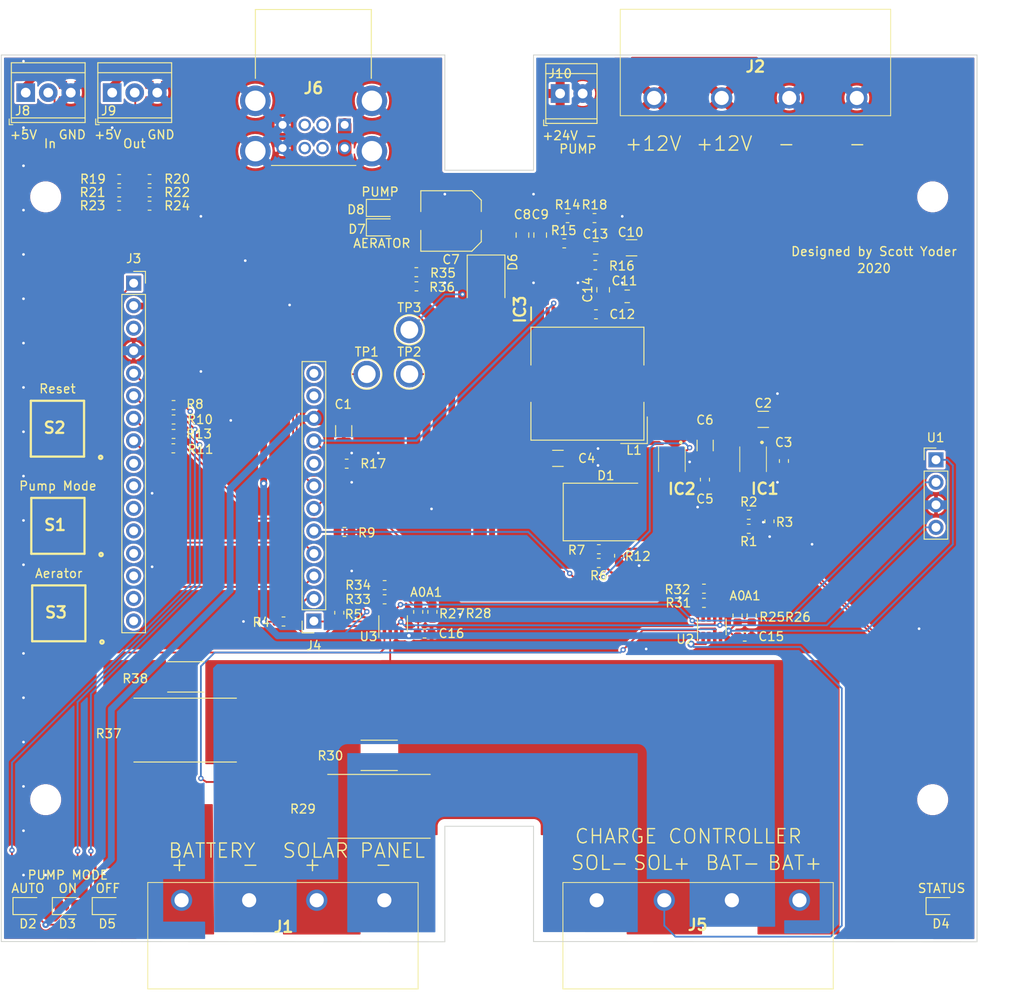
<source format=kicad_pcb>
(kicad_pcb (version 20171130) (host pcbnew 5.1.6-c6e7f7d~86~ubuntu18.04.1)
  (layers (0 F.Cu signal) (31 B.Cu signal) (34 B.Paste user) (35 F.Paste user) (36 B.SilkS user) (37 F.SilkS user) (38 B.Mask user) (39 F.Mask user) (44 Edge.Cuts user))
  (net 0 "")
  (net 1 GND)
  (net 2 +3V3)
  (net 3 /SCL)
  (net 4 /SDA)
  (net 5 +12V)
  (net 6 +5V)
  (net 7 "Net-(IC1-Pad7)")
  (net 8 "Net-(IC1-Pad6)")
  (net 9 "Net-(IC2-Pad7)")
  (net 10 "Net-(IC2-Pad6)")
  (net 11 /5V_USB)
  (net 12 "Net-(C12-Pad1)")
  (net 13 "Net-(C13-Pad1)")
  (net 14 +24V)
  (net 15 /PUMP_EN)
  (net 16 "Net-(IC3-Pad6)")
  (net 17 /5V_USB_EN)
  (net 18 "Net-(J3-Pad3)")
  (net 19 /SOLAR+)
  (net 20 /BATT+)
  (net 21 /CC_BATT+)
  (net 22 /BATT-)
  (net 23 /CC_SOL+)
  (net 24 /CC_SOL-)
  (net 25 /FLOW_IN)
  (net 26 /FLOW_OUT)
  (net 27 "Net-(IC3-Pad11)")
  (net 28 "Net-(IC3-Pad10)")
  (net 29 "Net-(IC3-Pad9)")
  (net 30 "Net-(D1-Pad2)")
  (net 31 "Net-(J4-Pad12)")
  (net 32 "Net-(J4-Pad11)")
  (net 33 "Net-(J4-Pad8)")
  (net 34 "Net-(D2-Pad1)")
  (net 35 "Net-(C3-Pad1)")
  (net 36 "Net-(C14-Pad1)")
  (net 37 "Net-(C5-Pad1)")
  (net 38 "Net-(D3-Pad1)")
  (net 39 "Net-(D4-Pad1)")
  (net 40 "Net-(D5-Pad1)")
  (net 41 "Net-(J3-Pad16)")
  (net 42 "Net-(J3-Pad15)")
  (net 43 "Net-(J3-Pad14)")
  (net 44 "Net-(J3-Pad13)")
  (net 45 "Net-(J3-Pad12)")
  (net 46 "Net-(J3-Pad11)")
  (net 47 "Net-(J3-Pad10)")
  (net 48 "Net-(J3-Pad9)")
  (net 49 /PUMP_OFF)
  (net 50 /PUMP_ON)
  (net 51 /PUMP_AUTO)
  (net 52 /RESET)
  (net 53 /PUMP_MODE)
  (net 54 /AERATOR)
  (net 55 /STATUS)
  (net 56 "Net-(J6-Pad2)")
  (net 57 "Net-(J6-Pad3)")
  (net 58 "Net-(R25-Pad2)")
  (net 59 "Net-(R26-Pad2)")
  (net 60 "Net-(R27-Pad2)")
  (net 61 "Net-(R28-Pad2)")
  (net 62 "Net-(D7-Pad1)")
  (net 63 "Net-(D8-Pad1)")
  (net 64 "Net-(D6-Pad2)")
  (net 65 "Net-(J8-Pad2)")
  (net 66 "Net-(J9-Pad2)")
  (net 67 "Net-(J6-Pad7)")
  (net 68 "Net-(J6-Pad6)")
  (module B3FS-1000P:B3FS-1000P (layer F.Cu) (at 6.327 42.1529)
    (fp_text reference S2 (at -0.318 -0.105) (layer F.SilkS) (effects (font (size 1.27 1.27) (thickness 0.254))))
    (fp_text value B3FS-1000P hide)
    (pad 1 smd rect (at 4 2.25 90) (size 1.4 1.6) (layers F.Cu F.Paste F.Mask) (net 1 GND))
    (pad 2 smd rect (at -4 2.25 90) (size 1.4 1.6) (layers F.Cu F.Paste F.Mask) (net 1 GND))
    (pad 3 smd rect (at 4 -2.25 90) (size 1.4 1.6) (layers F.Cu F.Paste F.Mask) (net 52 /RESET))
    (pad 4 smd rect (at -4 -2.25 90) (size 1.4 1.6) (layers F.Cu F.Paste F.Mask) (net 52 /RESET))
  )
  (module Connector_PinSocket_2.54mm:PinSocket_1x12_P2.54mm_Vertical (layer F.Cu) (at 35.24 63.85 180)
    (fp_text reference J4 (at 0 -2.77) (layer F.SilkS))
    (fp_text value Conn_01x12_Female)
    (pad 12 thru_hole oval (at 0 27.94 180) (size 1.7 1.7) (drill 1) (layers *.Cu *.Mask) (net 31 "Net-(J4-Pad12)"))
    (pad 11 thru_hole oval (at 0 25.4 180) (size 1.7 1.7) (drill 1) (layers *.Cu *.Mask) (net 32 "Net-(J4-Pad11)"))
    (pad 10 thru_hole oval (at 0 22.86 180) (size 1.7 1.7) (drill 1) (layers *.Cu *.Mask) (net 6 +5V))
    (pad 9 thru_hole oval (at 0 20.32 180) (size 1.7 1.7) (drill 1) (layers *.Cu *.Mask) (net 15 /PUMP_EN))
    (pad 8 thru_hole oval (at 0 17.78 180) (size 1.7 1.7) (drill 1) (layers *.Cu *.Mask) (net 33 "Net-(J4-Pad8)"))
    (pad 7 thru_hole oval (at 0 15.24 180) (size 1.7 1.7) (drill 1) (layers *.Cu *.Mask) (net 25 /FLOW_IN))
    (pad 6 thru_hole oval (at 0 12.7 180) (size 1.7 1.7) (drill 1) (layers *.Cu *.Mask) (net 26 /FLOW_OUT))
    (pad 5 thru_hole oval (at 0 10.16 180) (size 1.7 1.7) (drill 1) (layers *.Cu *.Mask) (net 17 /5V_USB_EN))
    (pad 4 thru_hole oval (at 0 7.62 180) (size 1.7 1.7) (drill 1) (layers *.Cu *.Mask) (net 53 /PUMP_MODE))
    (pad 3 thru_hole oval (at 0 5.08 180) (size 1.7 1.7) (drill 1) (layers *.Cu *.Mask) (net 54 /AERATOR))
    (pad 2 thru_hole oval (at 0 2.54 180) (size 1.7 1.7) (drill 1) (layers *.Cu *.Mask) (net 3 /SCL))
    (pad 1 thru_hole rect (at 0 0 180) (size 1.7 1.7) (drill 1) (layers *.Cu *.Mask) (net 4 /SDA))
  )
  (module Resistor_SMD:R_2512_6332Metric (layer F.Cu) (at 20.8 70.15)
    (fp_text reference R38 (at -5.7 0.2) (layer F.SilkS))
    (fp_text value .01)
    (pad 2 smd roundrect (at 2.9 0) (size 1.35 3.35) (layers F.Cu F.Paste F.Mask) (roundrect_rratio 0.185185) (net 21 /CC_BATT+))
    (pad 1 smd roundrect (at -2.9 0) (size 1.35 3.35) (layers F.Cu F.Paste F.Mask) (roundrect_rratio 0.185185) (net 20 /BATT+))
  )
  (module Resistor_SMD:R_Shunt_Vishay_WSR2_WSR3 (layer F.Cu) (at 20.725 76.15)
    (fp_text reference R37 (at -8.625 0.4) (layer F.SilkS))
    (fp_text value .01)
    (pad 2 smd rect (at 4.575 0) (size 3.94 5.84) (layers F.Cu F.Paste F.Mask) (net 21 /CC_BATT+))
    (pad 1 smd rect (at -4.575 0) (size 3.94 5.84) (layers F.Cu F.Paste F.Mask) (net 20 /BATT+))
  )
  (module Resistor_SMD:R_Shunt_Vishay_WSR2_WSR3 (layer F.Cu) (at 42.575 84.75)
    (fp_text reference R29 (at -8.575 0.3) (layer F.SilkS))
    (fp_text value .01)
    (pad 2 smd rect (at 4.575 0) (size 3.94 5.84) (layers F.Cu F.Paste F.Mask) (net 23 /CC_SOL+))
    (pad 1 smd rect (at -4.575 0) (size 3.94 5.84) (layers F.Cu F.Paste F.Mask) (net 19 /SOLAR+))
  )
  (module TestPoint:TestPoint_Plated_Hole_D2.0mm (layer F.Cu) (at 46 31)
    (fp_text reference TP3 (at 0 -2.498) (layer F.SilkS))
    (fp_text value TestPoint)
    (pad 1 thru_hole circle (at 0 0) (size 3 3) (drill 2) (layers *.Cu *.Mask) (net 14 +24V))
  )
  (module TestPoint:TestPoint_Plated_Hole_D2.0mm (layer F.Cu) (at 46 36)
    (fp_text reference TP2 (at 0 -2.498) (layer F.SilkS))
    (fp_text value TestPoint)
    (pad 1 thru_hole circle (at 0 0) (size 3 3) (drill 2) (layers *.Cu *.Mask) (net 11 /5V_USB))
  )
  (module TestPoint:TestPoint_Plated_Hole_D2.0mm (layer F.Cu) (at 41.2 36)
    (fp_text reference TP1 (at 0 -2.498) (layer F.SilkS))
    (fp_text value TestPoint)
    (pad 1 thru_hole circle (at 0 0) (size 3 3) (drill 2) (layers *.Cu *.Mask) (net 6 +5V))
  )
  (module Diode_SMD:D_PowerDI-5 (layer F.Cu) (at 54.65 26.375 270)
    (fp_text reference D6 (at -3 -3 90) (layer F.SilkS))
    (fp_text value PDS760-13)
    (pad 2 smd rect (at 2.862 -0.92 90) (size 1.4 1.39) (layers F.Cu F.Paste F.Mask) (net 64 "Net-(D6-Pad2)"))
    (pad 2 smd rect (at 2.862 0.92 90) (size 1.4 1.39) (layers F.Cu F.Paste F.Mask) (net 64 "Net-(D6-Pad2)"))
    (pad 1 smd rect (at -1.12 0 90) (size 4.86 3.36) (layers F.Cu F.Paste F.Mask) (net 14 +24V))
  )
  (module LIB_C2341:C2341 (layer F.Cu) (at 38.71 7.88 180)
    (fp_text reference J6 (at 3.52 4.14) (layer F.SilkS) (effects (font (size 1.27 1.27) (thickness 0.254))))
    (fp_text value C2341 hide)
    (pad MH4 thru_hole circle (at -3.07 -2.97 180) (size 3.45 3.45) (drill 2.3) (layers *.Cu *.Mask) (net 1 GND))
    (pad MH3 thru_hole circle (at 10.07 -2.97 180) (size 3.45 3.45) (drill 2.3) (layers *.Cu *.Mask) (net 1 GND))
    (pad MH2 thru_hole circle (at 10.07 2.71 180) (size 3.45 3.45) (drill 2.3) (layers *.Cu *.Mask) (net 1 GND))
    (pad MH1 thru_hole circle (at -3.07 2.71 180) (size 3.45 3.45) (drill 2.3) (layers *.Cu *.Mask) (net 1 GND))
    (pad 8 thru_hole circle (at 0 -2.62 180) (size 1.4 1.4) (drill 0.9) (layers *.Cu *.Mask) (net 11 /5V_USB))
    (pad 7 thru_hole circle (at 2.5 -2.62 180) (size 1.4 1.4) (drill 0.9) (layers *.Cu *.Mask) (net 67 "Net-(J6-Pad7)"))
    (pad 6 thru_hole circle (at 4.5 -2.62 180) (size 1.4 1.4) (drill 0.9) (layers *.Cu *.Mask) (net 68 "Net-(J6-Pad6)"))
    (pad 5 thru_hole circle (at 7 -2.62 180) (size 1.4 1.4) (drill 0.9) (layers *.Cu *.Mask) (net 1 GND))
    (pad 4 thru_hole circle (at 7 0 180) (size 1.4 1.4) (drill 0.9) (layers *.Cu *.Mask) (net 1 GND))
    (pad 3 thru_hole circle (at 4.5 0 180) (size 1.4 1.4) (drill 0.9) (layers *.Cu *.Mask) (net 57 "Net-(J6-Pad3)"))
    (pad 2 thru_hole circle (at 2.5 0 180) (size 1.4 1.4) (drill 0.9) (layers *.Cu *.Mask) (net 56 "Net-(J6-Pad2)"))
    (pad 1 thru_hole rect (at 0 0 180) (size 1.4 1.4) (drill 0.9) (layers *.Cu *.Mask) (net 11 /5V_USB))
  )
  (module MountingHole:MountingHole_3mm (layer F.Cu) (at 105 84)
    (fp_text reference H4 hide)
    (fp_text value MountingHole)
    (pad 1 np_thru_hole circle (at 0 0) (size 3 3) (drill 3) (layers *.Cu *.Mask))
  )
  (module MountingHole:MountingHole_3mm (layer F.Cu) (at 5 84)
    (fp_text reference H3 hide)
    (fp_text value MountingHole)
    (pad 1 np_thru_hole circle (at 0 0) (size 3 3) (drill 3) (layers *.Cu *.Mask))
  )
  (module MountingHole:MountingHole_3mm (layer F.Cu) (at 105 16)
    (fp_text reference H2 hide)
    (fp_text value MountingHole)
    (pad 1 np_thru_hole circle (at 0 0) (size 3 3) (drill 3) (layers *.Cu *.Mask))
  )
  (module MountingHole:MountingHole_3mm (layer F.Cu) (at 5 16)
    (fp_text reference H1 hide)
    (fp_text value MountingHole)
    (pad 1 np_thru_hole circle (at 0 0) (size 3 3) (drill 3) (layers *.Cu *.Mask))
  )
  (module Resistor_SMD:R_0603_1608Metric (layer F.Cu) (at 16.7125 17 180)
    (fp_text reference R24 (at -3.11 -0.01) (layer F.SilkS))
    (fp_text value 10K)
    (pad 2 smd roundrect (at 0.7875 0 180) (size 0.875 0.95) (layers F.Cu F.Paste F.Mask) (net 26 /FLOW_OUT))
    (pad 1 smd roundrect (at -0.7875 0 180) (size 0.875 0.95) (layers F.Cu F.Paste F.Mask) (net 1 GND))
  )
  (module Resistor_SMD:R_0603_1608Metric (layer F.Cu) (at 13.2875 17)
    (fp_text reference R23 (at -3 0) (layer F.SilkS))
    (fp_text value 10K)
    (pad 2 smd roundrect (at 0.7875 0) (size 0.875 0.95) (layers F.Cu F.Paste F.Mask) (net 25 /FLOW_IN))
    (pad 1 smd roundrect (at -0.7875 0) (size 0.875 0.95) (layers F.Cu F.Paste F.Mask) (net 1 GND))
  )
  (module Resistor_SMD:R_0603_1608Metric (layer F.Cu) (at 16.7125 15.5 180)
    (fp_text reference R22 (at -3.11 0) (layer F.SilkS))
    (fp_text value 10K)
    (pad 2 smd roundrect (at 0.7875 0 180) (size 0.875 0.95) (layers F.Cu F.Paste F.Mask) (net 26 /FLOW_OUT))
    (pad 1 smd roundrect (at -0.7875 0 180) (size 0.875 0.95) (layers F.Cu F.Paste F.Mask) (net 66 "Net-(J9-Pad2)"))
  )
  (module Resistor_SMD:R_0603_1608Metric (layer F.Cu) (at 13.2875 15.5)
    (fp_text reference R21 (at -3 0) (layer F.SilkS))
    (fp_text value 10K)
    (pad 2 smd roundrect (at 0.7875 0) (size 0.875 0.95) (layers F.Cu F.Paste F.Mask) (net 25 /FLOW_IN))
    (pad 1 smd roundrect (at -0.7875 0) (size 0.875 0.95) (layers F.Cu F.Paste F.Mask) (net 65 "Net-(J8-Pad2)"))
  )
  (module Resistor_SMD:R_0603_1608Metric (layer F.Cu) (at 16.7125 14 180)
    (fp_text reference R20 (at -3.11 0.01) (layer F.SilkS))
    (fp_text value 10K)
    (pad 2 smd roundrect (at 0.7875 0 180) (size 0.875 0.95) (layers F.Cu F.Paste F.Mask) (net 26 /FLOW_OUT))
    (pad 1 smd roundrect (at -0.7875 0 180) (size 0.875 0.95) (layers F.Cu F.Paste F.Mask) (net 66 "Net-(J9-Pad2)"))
  )
  (module Resistor_SMD:R_0603_1608Metric (layer F.Cu) (at 13.2875 14)
    (fp_text reference R19 (at -2.9625 0) (layer F.SilkS))
    (fp_text value 10K)
    (pad 2 smd roundrect (at 0.7875 0) (size 0.875 0.95) (layers F.Cu F.Paste F.Mask) (net 25 /FLOW_IN))
    (pad 1 smd roundrect (at -0.7875 0) (size 0.875 0.95) (layers F.Cu F.Paste F.Mask) (net 65 "Net-(J8-Pad2)"))
  )
  (module TerminalBlock_TE-Connectivity:TerminalBlock_TE_282834-3_1x03_P2.54mm_Horizontal (layer F.Cu) (at 12.5 4.25)
    (fp_text reference J9 (at -0.4 2.05) (layer F.SilkS))
    (fp_text value 282834-3)
    (pad 3 thru_hole circle (at 5.08 0) (size 2.1 2.1) (drill 1.1) (layers *.Cu *.Mask) (net 1 GND))
    (pad 2 thru_hole circle (at 2.54 0) (size 2.1 2.1) (drill 1.1) (layers *.Cu *.Mask) (net 66 "Net-(J9-Pad2)"))
    (pad 1 thru_hole rect (at 0 0) (size 2.1 2.1) (drill 1.1) (layers *.Cu *.Mask) (net 6 +5V))
  )
  (module Capacitor_SMD:C_Elec_6.3x7.7 (layer F.Cu) (at 50.7 18.725 180)
    (fp_text reference C7 (at 0 -4.35) (layer F.SilkS))
    (fp_text value 33uF)
    (pad 2 smd roundrect (at 2.5375 0 180) (size 3.325 1.6) (layers F.Cu F.Paste F.Mask) (roundrect_rratio 0.15625) (net 1 GND))
    (pad 1 smd roundrect (at -2.5375 0 180) (size 3.325 1.6) (layers F.Cu F.Paste F.Mask) (roundrect_rratio 0.15625) (net 14 +24V))
  )
  (module Scott:L_TDK_RLF12560 (layer F.Cu) (at 66.075 37.075 180)
    (fp_text reference L1 (at -5.25 -7.5) (layer F.SilkS))
    (fp_text value 7.8uH)
    (fp_text user "" (at -49 0.05) (layer F.SilkS) (effects (font (size 3 3))))
    (pad 2 smd rect (at 5.5 0 180) (size 3.2 4) (layers F.Cu F.Paste F.Mask) (net 64 "Net-(D6-Pad2)"))
    (pad 1 smd rect (at -5.5 0 180) (size 3.2 4) (layers F.Cu F.Paste F.Mask) (net 5 +12V))
  )
  (module Resistor_SMD:R_0603_1608Metric (layer F.Cu) (at 46.8 26.1)
    (fp_text reference R36 (at 2.8875 0.1) (layer F.SilkS))
    (fp_text value "2K 0.25W")
    (pad 2 smd roundrect (at 0.7875 0) (size 0.875 0.95) (layers F.Cu F.Paste F.Mask) (net 1 GND))
    (pad 1 smd roundrect (at -0.7875 0) (size 0.875 0.95) (layers F.Cu F.Paste F.Mask) (net 63 "Net-(D8-Pad1)"))
  )
  (module Resistor_SMD:R_0603_1608Metric (layer F.Cu) (at 46.7875 24.5)
    (fp_text reference R35 (at 3 0.1) (layer F.SilkS))
    (fp_text value 220)
    (pad 2 smd roundrect (at 0.7875 0) (size 0.875 0.95) (layers F.Cu F.Paste F.Mask) (net 1 GND))
    (pad 1 smd roundrect (at -0.7875 0) (size 0.875 0.95) (layers F.Cu F.Paste F.Mask) (net 62 "Net-(D7-Pad1)"))
  )
  (module TerminalBlock_TE-Connectivity:TerminalBlock_TE_282834-2_1x02_P2.54mm_Horizontal (layer F.Cu) (at 63 4.35)
    (fp_text reference J10 (at 0 -2.25) (layer F.SilkS))
    (fp_text value 282834-2)
    (pad 2 thru_hole circle (at 2.54 0) (size 2.1 2.1) (drill 1.1) (layers *.Cu *.Mask) (net 1 GND))
    (pad 1 thru_hole rect (at 0 0) (size 2.1 2.1) (drill 1.1) (layers *.Cu *.Mask) (net 14 +24V))
  )
  (module LED_SMD:LED_0805_2012Metric (layer F.Cu) (at 42.8375 17.25)
    (fp_text reference D8 (at -2.8625 0.2) (layer F.SilkS))
    (fp_text value RED)
    (pad 2 smd roundrect (at 0.9375 0) (size 0.975 1.4) (layers F.Cu F.Paste F.Mask) (net 14 +24V))
    (pad 1 smd roundrect (at -0.9375 0) (size 0.975 1.4) (layers F.Cu F.Paste F.Mask) (net 63 "Net-(D8-Pad1)"))
  )
  (module LED_SMD:LED_0805_2012Metric (layer F.Cu) (at 42.8375 19.45)
    (fp_text reference D7 (at -2.7375 0.2) (layer F.SilkS))
    (fp_text value RED)
    (pad 2 smd roundrect (at 0.9375 0) (size 0.975 1.4) (layers F.Cu F.Paste F.Mask) (net 11 /5V_USB))
    (pad 1 smd roundrect (at -0.9375 0) (size 0.975 1.4) (layers F.Cu F.Paste F.Mask) (net 62 "Net-(D7-Pad1)"))
  )
  (module B3FS-1000P:B3FS-1000P (layer F.Cu) (at 6.4794 62.9791)
    (fp_text reference S3 (at -0.318 -0.105) (layer F.SilkS) (effects (font (size 1.27 1.27) (thickness 0.254))))
    (fp_text value B3FS-1000P hide)
    (pad 4 smd rect (at -4 -2.25 90) (size 1.4 1.6) (layers F.Cu F.Paste F.Mask) (net 54 /AERATOR))
    (pad 3 smd rect (at 4 -2.25 90) (size 1.4 1.6) (layers F.Cu F.Paste F.Mask) (net 54 /AERATOR))
    (pad 2 smd rect (at -4 2.25 90) (size 1.4 1.6) (layers F.Cu F.Paste F.Mask) (net 1 GND))
    (pad 1 smd rect (at 4 2.25 90) (size 1.4 1.6) (layers F.Cu F.Paste F.Mask) (net 1 GND))
  )
  (module B3FS-1000P:B3FS-1000P (layer F.Cu) (at 6.3778 53.1141)
    (fp_text reference S1 (at -0.318 -0.105) (layer F.SilkS) (effects (font (size 1.27 1.27) (thickness 0.254))))
    (fp_text value B3FS-1000P hide)
    (pad 4 smd rect (at -4 -2.25 90) (size 1.4 1.6) (layers F.Cu F.Paste F.Mask) (net 53 /PUMP_MODE))
    (pad 3 smd rect (at 4 -2.25 90) (size 1.4 1.6) (layers F.Cu F.Paste F.Mask) (net 53 /PUMP_MODE))
    (pad 2 smd rect (at -4 2.25 90) (size 1.4 1.6) (layers F.Cu F.Paste F.Mask) (net 1 GND))
    (pad 1 smd rect (at 4 2.25 90) (size 1.4 1.6) (layers F.Cu F.Paste F.Mask) (net 1 GND))
  )
  (module Resistor_SMD:R_0603_1608Metric (layer F.Cu) (at 19.4164 42.744)
    (fp_text reference R13 (at 2.88 0) (layer F.SilkS))
    (fp_text value 220)
    (pad 2 smd roundrect (at 0.7875 0) (size 0.875 0.95) (layers F.Cu F.Paste F.Mask) (net 40 "Net-(D5-Pad1)"))
    (pad 1 smd roundrect (at -0.7875 0) (size 0.875 0.95) (layers F.Cu F.Paste F.Mask) (net 49 /PUMP_OFF))
  )
  (module Resistor_SMD:R_0603_1608Metric (layer F.Cu) (at 19.3909 44.3696)
    (fp_text reference R11 (at 3.07 0.105) (layer F.SilkS))
    (fp_text value 220)
    (pad 2 smd roundrect (at 0.7875 0) (size 0.875 0.95) (layers F.Cu F.Paste F.Mask) (net 39 "Net-(D4-Pad1)"))
    (pad 1 smd roundrect (at -0.7875 0) (size 0.875 0.95) (layers F.Cu F.Paste F.Mask) (net 55 /STATUS))
  )
  (module Resistor_SMD:R_0603_1608Metric (layer F.Cu) (at 19.4164 41.1184)
    (fp_text reference R10 (at 2.9875 0) (layer F.SilkS))
    (fp_text value 220)
    (pad 2 smd roundrect (at 0.7875 0) (size 0.875 0.95) (layers F.Cu F.Paste F.Mask) (net 38 "Net-(D3-Pad1)"))
    (pad 1 smd roundrect (at -0.7875 0) (size 0.875 0.95) (layers F.Cu F.Paste F.Mask) (net 50 /PUMP_ON))
  )
  (module Resistor_SMD:R_0603_1608Metric (layer F.Cu) (at 19.4164 39.4928)
    (fp_text reference R8 (at 2.4125 -0.1) (layer F.SilkS))
    (fp_text value 220)
    (pad 2 smd roundrect (at 0.7875 0) (size 0.875 0.95) (layers F.Cu F.Paste F.Mask) (net 34 "Net-(D2-Pad1)"))
    (pad 1 smd roundrect (at -0.7875 0) (size 0.875 0.95) (layers F.Cu F.Paste F.Mask) (net 51 /PUMP_AUTO))
  )
  (module LED_SMD:LED_0805_2012Metric (layer F.Cu) (at 11.9375 96)
    (fp_text reference D5 (at 0 2) (layer F.SilkS))
    (fp_text value RED)
    (pad 2 smd roundrect (at 0.9375 0) (size 0.975 1.4) (layers F.Cu F.Paste F.Mask) (net 6 +5V))
    (pad 1 smd roundrect (at -0.9375 0) (size 0.975 1.4) (layers F.Cu F.Paste F.Mask) (net 40 "Net-(D5-Pad1)"))
  )
  (module LED_SMD:LED_0805_2012Metric (layer F.Cu) (at 105.9375 96)
    (fp_text reference D4 (at 0 2) (layer F.SilkS))
    (fp_text value BLUE)
    (pad 2 smd roundrect (at 0.9375 0) (size 0.975 1.4) (layers F.Cu F.Paste F.Mask) (net 6 +5V))
    (pad 1 smd roundrect (at -0.9375 0) (size 0.975 1.4) (layers F.Cu F.Paste F.Mask) (net 39 "Net-(D4-Pad1)"))
  )
  (module LED_SMD:LED_0805_2012Metric (layer F.Cu) (at 7.4375 96)
    (fp_text reference D3 (at 0 2) (layer F.SilkS))
    (fp_text value YELLOW)
    (pad 2 smd roundrect (at 0.9375 0) (size 0.975 1.4) (layers F.Cu F.Paste F.Mask) (net 6 +5V))
    (pad 1 smd roundrect (at -0.9375 0) (size 0.975 1.4) (layers F.Cu F.Paste F.Mask) (net 38 "Net-(D3-Pad1)"))
  )
  (module LED_SMD:LED_0805_2012Metric (layer F.Cu) (at 3 96)
    (fp_text reference D2 (at 0 2) (layer F.SilkS))
    (fp_text value GREEN)
    (pad 2 smd roundrect (at 0.9375 0) (size 0.975 1.4) (layers F.Cu F.Paste F.Mask) (net 6 +5V))
    (pad 1 smd roundrect (at -0.9375 0) (size 0.975 1.4) (layers F.Cu F.Paste F.Mask) (net 34 "Net-(D2-Pad1)"))
  )
  (module TPS82150SILR:TPS82130SILT (layer F.Cu) (at 75.6 45.6 270)
    (fp_text reference IC2 (at 3.35 -1.125 180) (layer F.SilkS) (effects (font (size 1.27 1.27) (thickness 0.254))))
    (fp_text value TPS82150SILR hide)
    (pad 9 smd rect (at 0 0 270) (size 1.2 2) (layers F.Cu F.Paste F.Mask) (net 1 GND))
    (pad 8 smd rect (at 1.05 -0.975) (size 0.41 0.51) (layers F.Cu F.Paste F.Mask) (net 37 "Net-(C5-Pad1)"))
    (pad 7 smd rect (at 1.05 -0.325) (size 0.41 0.51) (layers F.Cu F.Paste F.Mask) (net 9 "Net-(IC2-Pad7)"))
    (pad 6 smd rect (at 1.05 0.325) (size 0.41 0.51) (layers F.Cu F.Paste F.Mask) (net 10 "Net-(IC2-Pad6)"))
    (pad 5 smd rect (at 1.05 0.975) (size 0.41 0.51) (layers F.Cu F.Paste F.Mask) (net 30 "Net-(D1-Pad2)"))
    (pad 4 smd rect (at -1.05 0.975) (size 0.41 0.51) (layers F.Cu F.Paste F.Mask) (net 30 "Net-(D1-Pad2)"))
    (pad 3 smd rect (at -1.05 0.325) (size 0.41 0.51) (layers F.Cu F.Paste F.Mask) (net 1 GND))
    (pad 2 smd rect (at -1.05 -0.325) (size 0.41 0.51) (layers F.Cu F.Paste F.Mask) (net 5 +12V))
    (pad 1 smd rect (at -1.05 -0.975) (size 0.41 0.51) (layers F.Cu F.Paste F.Mask) (net 17 /5V_USB_EN))
  )
  (module TPS82150SILR:TPS82130SILT (layer F.Cu) (at 84.75 45.6 270)
    (fp_text reference IC1 (at 3.325 -1.325 180) (layer F.SilkS) (effects (font (size 1.27 1.27) (thickness 0.254))))
    (fp_text value TPS82150SILR hide)
    (pad 9 smd rect (at 0 0 270) (size 1.2 2) (layers F.Cu F.Paste F.Mask) (net 1 GND))
    (pad 8 smd rect (at 1.05 -0.975) (size 0.41 0.51) (layers F.Cu F.Paste F.Mask) (net 35 "Net-(C3-Pad1)"))
    (pad 7 smd rect (at 1.05 -0.325) (size 0.41 0.51) (layers F.Cu F.Paste F.Mask) (net 7 "Net-(IC1-Pad7)"))
    (pad 6 smd rect (at 1.05 0.325) (size 0.41 0.51) (layers F.Cu F.Paste F.Mask) (net 8 "Net-(IC1-Pad6)"))
    (pad 5 smd rect (at 1.05 0.975) (size 0.41 0.51) (layers F.Cu F.Paste F.Mask) (net 6 +5V))
    (pad 4 smd rect (at -1.05 0.975) (size 0.41 0.51) (layers F.Cu F.Paste F.Mask) (net 6 +5V))
    (pad 3 smd rect (at -1.05 0.325) (size 0.41 0.51) (layers F.Cu F.Paste F.Mask) (net 1 GND))
    (pad 2 smd rect (at -1.05 -0.325) (size 0.41 0.51) (layers F.Cu F.Paste F.Mask) (net 5 +12V))
    (pad 1 smd rect (at -1.05 -0.975) (size 0.41 0.51) (layers F.Cu F.Paste F.Mask) (net 5 +12V))
  )
  (module Diode_SMD:D_SMC (layer F.Cu) (at 68.15 51.55)
    (fp_text reference D1 (at 0 -4.1) (layer F.SilkS))
    (fp_text value SK86)
    (pad 2 smd rect (at 3.4 0 90) (size 3.3 2.5) (layers F.Cu F.Paste F.Mask) (net 30 "Net-(D1-Pad2)"))
    (pad 1 smd rect (at -3.4 0 90) (size 3.3 2.5) (layers F.Cu F.Paste F.Mask) (net 11 /5V_USB))
  )
  (module Connector_PinHeader_2.54mm:PinHeader_1x04_P2.54mm_Vertical (layer F.Cu) (at 105.37 45.665)
    (fp_text reference U1 (at -0.04 -2.5) (layer F.SilkS))
    (fp_text value AM2320)
    (pad 4 thru_hole oval (at 0 7.62) (size 1.7 1.7) (drill 1) (layers *.Cu *.Mask) (net 3 /SCL))
    (pad 3 thru_hole oval (at 0 5.08) (size 1.7 1.7) (drill 1) (layers *.Cu *.Mask) (net 1 GND))
    (pad 2 thru_hole oval (at 0 2.54) (size 1.7 1.7) (drill 1) (layers *.Cu *.Mask) (net 4 /SDA))
    (pad 1 thru_hole rect (at 0 0) (size 1.7 1.7) (drill 1) (layers *.Cu *.Mask) (net 2 +3V3))
  )
  (module LIB_691313410004:691313410004 (layer F.Cu) (at 73.59 4.85)
    (fp_text reference J2 (at 11.42 -3.54) (layer F.SilkS) (effects (font (size 1.27 1.27) (thickness 0.254))))
    (fp_text value Screw_Terminal_01x04 hide)
    (pad 4 thru_hole circle (at 22.86 0) (size 2.4 2.4) (drill 1.6) (layers *.Cu *.Mask) (net 1 GND))
    (pad 3 thru_hole circle (at 15.24 0) (size 2.4 2.4) (drill 1.6) (layers *.Cu *.Mask) (net 1 GND))
    (pad 2 thru_hole circle (at 7.62 0) (size 2.4 2.4) (drill 1.6) (layers *.Cu *.Mask) (net 5 +12V))
    (pad 1 thru_hole circle (at 0 0) (size 2.4 2.4) (drill 1.6) (layers *.Cu *.Mask) (net 5 +12V))
  )
  (module TerminalBlock_TE-Connectivity:TerminalBlock_TE_282834-3_1x03_P2.54mm_Horizontal (layer F.Cu) (at 2.75 4.25)
    (fp_text reference J8 (at -0.35 2.05 180) (layer F.SilkS))
    (fp_text value 282834-3)
    (pad 3 thru_hole circle (at 5.08 0) (size 2.1 2.1) (drill 1.1) (layers *.Cu *.Mask) (net 1 GND))
    (pad 2 thru_hole circle (at 2.54 0) (size 2.1 2.1) (drill 1.1) (layers *.Cu *.Mask) (net 65 "Net-(J8-Pad2)"))
    (pad 1 thru_hole rect (at 0 0) (size 2.1 2.1) (drill 1.1) (layers *.Cu *.Mask) (net 6 +5V))
  )
  (module LIB_691313410004:691313410004 (layer F.Cu) (at 43.18 95.34 180)
    (fp_text reference J1 (at 11.36 -3) (layer F.SilkS) (effects (font (size 1.27 1.27) (thickness 0.254))))
    (fp_text value Screw_Terminal_01x04 hide)
    (pad 1 thru_hole circle (at 0 0 180) (size 2.4 2.4) (drill 1.6) (layers *.Cu *.Mask) (net 24 /CC_SOL-))
    (pad 2 thru_hole circle (at 7.62 0 180) (size 2.4 2.4) (drill 1.6) (layers *.Cu *.Mask) (net 19 /SOLAR+))
    (pad 3 thru_hole circle (at 15.24 0 180) (size 2.4 2.4) (drill 1.6) (layers *.Cu *.Mask) (net 22 /BATT-))
    (pad 4 thru_hole circle (at 22.86 0 180) (size 2.4 2.4) (drill 1.6) (layers *.Cu *.Mask) (net 20 /BATT+))
  )
  (module LIB_691313410004:691313410004 (layer F.Cu) (at 89.98 95.34 180)
    (fp_text reference J5 (at 11.48 -2.78) (layer F.SilkS) (effects (font (size 1.27 1.27) (thickness 0.254))))
    (fp_text value Screw_Terminal_01x04 hide)
    (pad 4 thru_hole circle (at 22.86 0 180) (size 2.4 2.4) (drill 1.6) (layers *.Cu *.Mask) (net 24 /CC_SOL-))
    (pad 3 thru_hole circle (at 15.24 0 180) (size 2.4 2.4) (drill 1.6) (layers *.Cu *.Mask) (net 23 /CC_SOL+))
    (pad 2 thru_hole circle (at 7.62 0 180) (size 2.4 2.4) (drill 1.6) (layers *.Cu *.Mask) (net 22 /BATT-))
    (pad 1 thru_hole circle (at 0 0 180) (size 2.4 2.4) (drill 1.6) (layers *.Cu *.Mask) (net 21 /CC_BATT+))
  )
  (module Resistor_SMD:R_0603_1608Metric (layer F.Cu) (at 66.875 18.4 180)
    (fp_text reference R18 (at 0 1.5) (layer F.SilkS))
    (fp_text value 10K)
    (pad 2 smd roundrect (at 0.7875 0 180) (size 0.875 0.95) (layers F.Cu F.Paste F.Mask) (net 29 "Net-(IC3-Pad9)"))
    (pad 1 smd roundrect (at -0.7875 0 180) (size 0.875 0.95) (layers F.Cu F.Paste F.Mask) (net 1 GND))
  )
  (module Resistor_SMD:R_0603_1608Metric (layer F.Cu) (at 63.8375 18.4 180)
    (fp_text reference R14 (at 0 1.5) (layer F.SilkS))
    (fp_text value 187K)
    (pad 2 smd roundrect (at 0.7875 0 180) (size 0.875 0.95) (layers F.Cu F.Paste F.Mask) (net 14 +24V))
    (pad 1 smd roundrect (at -0.7875 0 180) (size 0.875 0.95) (layers F.Cu F.Paste F.Mask) (net 29 "Net-(IC3-Pad9)"))
  )
  (module Resistor_SMD:R_0603_1608Metric (layer F.Cu) (at 63.4625 21.25 180)
    (fp_text reference R15 (at 0.0625 1.45) (layer F.SilkS))
    (fp_text value 60.4K)
    (pad 2 smd roundrect (at 0.7875 0 180) (size 0.875 0.95) (layers F.Cu F.Paste F.Mask) (net 1 GND))
    (pad 1 smd roundrect (at -0.7875 0 180) (size 0.875 0.95) (layers F.Cu F.Paste F.Mask) (net 28 "Net-(IC3-Pad10)"))
  )
  (module Resistor_SMD:R_0603_1608Metric (layer F.Cu) (at 66.9625 23.7 180)
    (fp_text reference R16 (at -2.9875 -0.1) (layer F.SilkS))
    (fp_text value 2.32K)
    (pad 2 smd roundrect (at 0.7875 0 180) (size 0.875 0.95) (layers F.Cu F.Paste F.Mask) (net 13 "Net-(C13-Pad1)"))
    (pad 1 smd roundrect (at -0.7875 0 180) (size 0.875 0.95) (layers F.Cu F.Paste F.Mask) (net 36 "Net-(C14-Pad1)"))
  )
  (module Resistor_SMD:R_0603_1608Metric (layer F.Cu) (at 69.65 56.4875 270)
    (fp_text reference R12 (at 0.0625 -2.1 180) (layer F.SilkS))
    (fp_text value 100K)
    (pad 2 smd roundrect (at 0.7875 0 270) (size 0.875 0.95) (layers F.Cu F.Paste F.Mask) (net 1 GND))
    (pad 1 smd roundrect (at -0.7875 0 270) (size 0.875 0.95) (layers F.Cu F.Paste F.Mask) (net 10 "Net-(IC2-Pad6)"))
  )
  (module Resistor_SMD:R_0603_1608Metric (layer F.Cu) (at 67.3625 55.75)
    (fp_text reference R7 (at -2.5125 0.1) (layer F.SilkS))
    (fp_text value 523K)
    (pad 2 smd roundrect (at 0.7875 0) (size 0.875 0.95) (layers F.Cu F.Paste F.Mask) (net 10 "Net-(IC2-Pad6)"))
    (pad 1 smd roundrect (at -0.7875 0) (size 0.875 0.95) (layers F.Cu F.Paste F.Mask) (net 11 /5V_USB))
  )
  (module Resistor_SMD:R_0603_1608Metric (layer F.Cu) (at 67.35 57.3 180)
    (fp_text reference R6 (at 0 -1.43) (layer F.SilkS))
    (fp_text value 100K)
    (pad 2 smd roundrect (at 0.7875 0 180) (size 0.875 0.95) (layers F.Cu F.Paste F.Mask) (net 11 /5V_USB))
    (pad 1 smd roundrect (at -0.7875 0 180) (size 0.875 0.95) (layers F.Cu F.Paste F.Mask) (net 9 "Net-(IC2-Pad7)"))
  )
  (module Resistor_SMD:R_0603_1608Metric (layer F.Cu) (at 38.9375 46.1 180)
    (fp_text reference R17 (at -2.9875 0) (layer F.SilkS))
    (fp_text value 10K)
    (pad 2 smd roundrect (at 0.7875 0 180) (size 0.875 0.95) (layers F.Cu F.Paste F.Mask) (net 15 /PUMP_EN))
    (pad 1 smd roundrect (at -0.7875 0 180) (size 0.875 0.95) (layers F.Cu F.Paste F.Mask) (net 1 GND))
  )
  (module Resistor_SMD:R_0603_1608Metric (layer F.Cu) (at 38.6875 53.8 180)
    (fp_text reference R9 (at -2.5125 -0.1) (layer F.SilkS))
    (fp_text value 10K)
    (pad 2 smd roundrect (at 0.7875 0 180) (size 0.875 0.95) (layers F.Cu F.Paste F.Mask) (net 17 /5V_USB_EN))
    (pad 1 smd roundrect (at -0.7875 0 180) (size 0.875 0.95) (layers F.Cu F.Paste F.Mask) (net 1 GND))
  )
  (module Capacitor_SMD:C_0805_2012Metric (layer F.Cu) (at 60.75 20.3125 270)
    (fp_text reference C9 (at -2.3125 0 180) (layer F.SilkS))
    (fp_text value 1uF)
    (pad 2 smd roundrect (at 0.9375 0 270) (size 0.975 1.4) (layers F.Cu F.Paste F.Mask) (net 1 GND))
    (pad 1 smd roundrect (at -0.9375 0 270) (size 0.975 1.4) (layers F.Cu F.Paste F.Mask) (net 14 +24V))
  )
  (module Capacitor_SMD:C_0805_2012Metric (layer F.Cu) (at 58.75 20.3125 270)
    (fp_text reference C8 (at -2.3125 0 180) (layer F.SilkS))
    (fp_text value 1uF)
    (pad 2 smd roundrect (at 0.9375 0 270) (size 0.975 1.4) (layers F.Cu F.Paste F.Mask) (net 1 GND))
    (pad 1 smd roundrect (at -0.9375 0 270) (size 0.975 1.4) (layers F.Cu F.Paste F.Mask) (net 14 +24V))
  )
  (module Capacitor_SMD:C_0805_2012Metric (layer F.Cu) (at 67.85 26.4875 270)
    (fp_text reference C14 (at 0 1.75 90) (layer F.SilkS))
    (fp_text value 47nF)
    (pad 2 smd roundrect (at 0.9375 0 270) (size 0.975 1.4) (layers F.Cu F.Paste F.Mask) (net 1 GND))
    (pad 1 smd roundrect (at -0.9375 0 270) (size 0.975 1.4) (layers F.Cu F.Paste F.Mask) (net 36 "Net-(C14-Pad1)"))
  )
  (module Capacitor_SMD:C_0805_2012Metric (layer F.Cu) (at 67.0125 21.75)
    (fp_text reference C13 (at -0.0375 -1.55) (layer F.SilkS))
    (fp_text value 1.5nF)
    (pad 2 smd roundrect (at 0.9375 0) (size 0.975 1.4) (layers F.Cu F.Paste F.Mask) (net 1 GND))
    (pad 1 smd roundrect (at -0.9375 0) (size 0.975 1.4) (layers F.Cu F.Paste F.Mask) (net 13 "Net-(C13-Pad1)"))
  )
  (module Capacitor_SMD:C_1206_3216Metric (layer F.Cu) (at 62.75 45.5)
    (fp_text reference C4 (at 3.25 0) (layer F.SilkS))
    (fp_text value 47uF)
    (pad 2 smd roundrect (at 1.4 0) (size 1.25 1.75) (layers F.Cu F.Paste F.Mask) (roundrect_rratio 0.2) (net 1 GND))
    (pad 1 smd roundrect (at -1.4 0) (size 1.25 1.75) (layers F.Cu F.Paste F.Mask) (roundrect_rratio 0.2) (net 11 /5V_USB))
  )
  (module Capacitor_SMD:C_0603_1608Metric (layer F.Cu) (at 79.325 47.9 90)
    (fp_text reference C5 (at -2.175 0 180) (layer F.SilkS))
    (fp_text value 430pF)
    (pad 2 smd roundrect (at 0.7875 0 90) (size 0.875 0.95) (layers F.Cu F.Paste F.Mask) (net 1 GND))
    (pad 1 smd roundrect (at -0.7875 0 90) (size 0.875 0.95) (layers F.Cu F.Paste F.Mask) (net 37 "Net-(C5-Pad1)"))
  )
  (module Capacitor_SMD:C_0603_1608Metric (layer F.Cu) (at 67.0375 29.25)
    (fp_text reference C12 (at 2.9625 0) (layer F.SilkS))
    (fp_text value 27nF)
    (pad 2 smd roundrect (at 0.7875 0) (size 0.875 0.95) (layers F.Cu F.Paste F.Mask) (net 1 GND))
    (pad 1 smd roundrect (at -0.7875 0) (size 0.875 0.95) (layers F.Cu F.Paste F.Mask) (net 12 "Net-(C12-Pad1)"))
  )
  (module Capacitor_SMD:C_0805_2012Metric (layer F.Cu) (at 70.5625 27.225 180)
    (fp_text reference C11 (at 0.3125 1.75) (layer F.SilkS))
    (fp_text value 100nF)
    (pad 2 smd roundrect (at 0.9375 0 180) (size 0.975 1.4) (layers F.Cu F.Paste F.Mask) (net 1 GND))
    (pad 1 smd roundrect (at -0.9375 0 180) (size 0.975 1.4) (layers F.Cu F.Paste F.Mask) (net 5 +12V))
  )
  (module Capacitor_SMD:C_1206_3216Metric (layer F.Cu) (at 71.05 21.75 180)
    (fp_text reference C10 (at 0.1 1.75) (layer F.SilkS))
    (fp_text value 10uF)
    (pad 2 smd roundrect (at 1.4 0 180) (size 1.25 1.75) (layers F.Cu F.Paste F.Mask) (roundrect_rratio 0.2) (net 1 GND))
    (pad 1 smd roundrect (at -1.4 0 180) (size 1.25 1.75) (layers F.Cu F.Paste F.Mask) (roundrect_rratio 0.2) (net 5 +12V))
  )
  (module Capacitor_SMD:C_1206_3216Metric (layer F.Cu) (at 79.35 44.05 270)
    (fp_text reference C6 (at -2.875 0.025 180) (layer F.SilkS))
    (fp_text value 10uF)
    (pad 2 smd roundrect (at 1.4 0 270) (size 1.25 1.75) (layers F.Cu F.Paste F.Mask) (roundrect_rratio 0.2) (net 1 GND))
    (pad 1 smd roundrect (at -1.4 0 270) (size 1.25 1.75) (layers F.Cu F.Paste F.Mask) (roundrect_rratio 0.2) (net 5 +12V))
  )
  (module Package_TO_SOT_SMD:SOT-23-8 (layer F.Cu) (at 44.17 64.15 90)
    (fp_text reference U3 (at -1.45 -2.77 180) (layer F.SilkS))
    (fp_text value INA219AxDCN)
    (pad 8 smd rect (at 1.1 -0.98 90) (size 1.06 0.4) (layers F.Cu F.Paste F.Mask) (net 61 "Net-(R28-Pad2)"))
    (pad 7 smd rect (at 1.1 -0.33 90) (size 1.06 0.4) (layers F.Cu F.Paste F.Mask) (net 60 "Net-(R27-Pad2)"))
    (pad 6 smd rect (at 1.1 0.33 90) (size 1.06 0.4) (layers F.Cu F.Paste F.Mask) (net 4 /SDA))
    (pad 5 smd rect (at 1.1 0.98 90) (size 1.06 0.4) (layers F.Cu F.Paste F.Mask) (net 3 /SCL))
    (pad 4 smd rect (at -1.1 0.98 90) (size 1.06 0.4) (layers F.Cu F.Paste F.Mask) (net 2 +3V3))
    (pad 3 smd rect (at -1.1 0.33 90) (size 1.06 0.4) (layers F.Cu F.Paste F.Mask) (net 1 GND))
    (pad 2 smd rect (at -1.1 -0.33 90) (size 1.06 0.4) (layers F.Cu F.Paste F.Mask) (net 21 /CC_BATT+))
    (pad 1 smd rect (at -1.1 -0.98 90) (size 1.06 0.4) (layers F.Cu F.Paste F.Mask) (net 20 /BATT+))
  )
  (module Resistor_SMD:R_0603_1608Metric (layer F.Cu) (at 43.2125 59.8 180)
    (fp_text reference R34 (at 2.9875 0) (layer F.SilkS))
    (fp_text value 10K)
    (pad 2 smd roundrect (at 0.7875 0 180) (size 0.875 0.95) (layers F.Cu F.Paste F.Mask) (net 1 GND))
    (pad 1 smd roundrect (at -0.7875 0 180) (size 0.875 0.95) (layers F.Cu F.Paste F.Mask) (net 61 "Net-(R28-Pad2)"))
  )
  (module Resistor_SMD:R_0603_1608Metric (layer F.Cu) (at 48.6 62.8125 90)
    (fp_text reference R28 (at -0.1875 5.2 180) (layer F.SilkS))
    (fp_text value 0)
    (pad 2 smd roundrect (at 0.7875 0 90) (size 0.875 0.95) (layers F.Cu F.Paste F.Mask) (net 61 "Net-(R28-Pad2)"))
    (pad 1 smd roundrect (at -0.7875 0 90) (size 0.875 0.95) (layers F.Cu F.Paste F.Mask) (net 2 +3V3))
  )
  (module Resistor_SMD:R_0603_1608Metric (layer F.Cu) (at 43.2125 61.4 180)
    (fp_text reference R33 (at 3 0) (layer F.SilkS))
    (fp_text value 10K)
    (pad 2 smd roundrect (at 0.7875 0 180) (size 0.875 0.95) (layers F.Cu F.Paste F.Mask) (net 1 GND))
    (pad 1 smd roundrect (at -0.7875 0 180) (size 0.875 0.95) (layers F.Cu F.Paste F.Mask) (net 60 "Net-(R27-Pad2)"))
  )
  (module Resistor_SMD:R_0603_1608Metric (layer F.Cu) (at 47 62.8125 90)
    (fp_text reference R27 (at -0.2125 3.8 180) (layer F.SilkS))
    (fp_text value 0)
    (pad 2 smd roundrect (at 0.7875 0 90) (size 0.875 0.95) (layers F.Cu F.Paste F.Mask) (net 60 "Net-(R27-Pad2)"))
    (pad 1 smd roundrect (at -0.7875 0 90) (size 0.875 0.95) (layers F.Cu F.Paste F.Mask) (net 2 +3V3))
  )
  (module Resistor_SMD:R_0603_1608Metric (layer F.Cu) (at 86.6 52.6 270)
    (fp_text reference R3 (at 0.1 -1.7 180) (layer F.SilkS))
    (fp_text value 100K)
    (pad 1 smd roundrect (at -0.7875 0 270) (size 0.875 0.95) (layers F.Cu F.Paste F.Mask) (net 8 "Net-(IC1-Pad6)"))
    (pad 2 smd roundrect (at 0.7875 0 270) (size 0.875 0.95) (layers F.Cu F.Paste F.Mask) (net 1 GND))
  )
  (module Resistor_SMD:R_0603_1608Metric (layer F.Cu) (at 84.2625 51.85)
    (fp_text reference R2 (at 0 -1.43) (layer F.SilkS))
    (fp_text value 523K)
    (pad 2 smd roundrect (at 0.7875 0) (size 0.875 0.95) (layers F.Cu F.Paste F.Mask) (net 8 "Net-(IC1-Pad6)"))
    (pad 1 smd roundrect (at -0.7875 0) (size 0.875 0.95) (layers F.Cu F.Paste F.Mask) (net 6 +5V))
  )
  (module Resistor_SMD:R_0603_1608Metric (layer F.Cu) (at 84.2625 53.45 180)
    (fp_text reference R1 (at 0 -1.43) (layer F.SilkS))
    (fp_text value 100K)
    (pad 2 smd roundrect (at 0.7875 0 180) (size 0.875 0.95) (layers F.Cu F.Paste F.Mask) (net 6 +5V))
    (pad 1 smd roundrect (at -0.7875 0 180) (size 0.875 0.95) (layers F.Cu F.Paste F.Mask) (net 7 "Net-(IC1-Pad7)"))
  )
  (module TPS55340PWPR:SOP65P640X120-15N (layer F.Cu) (at 62.25 26.25 90)
    (fp_text reference IC3 (at -2.455 -3.78 90) (layer F.SilkS) (effects (font (size 1.27 1.27) (thickness 0.254))))
    (fp_text value TPS55340PWPR hide)
    (pad 15 smd rect (at 0 0 180) (size 2.31 2.46) (layers F.Cu F.Paste F.Mask) (net 1 GND))
    (pad 14 smd rect (at 2.938 -1.95 180) (size 0.45 1.475) (layers F.Cu F.Paste F.Mask) (net 1 GND))
    (pad 13 smd rect (at 2.938 -1.3 180) (size 0.45 1.475) (layers F.Cu F.Paste F.Mask) (net 1 GND))
    (pad 12 smd rect (at 2.938 -0.65 180) (size 0.45 1.475) (layers F.Cu F.Paste F.Mask) (net 1 GND))
    (pad 11 smd rect (at 2.938 0 180) (size 0.45 1.475) (layers F.Cu F.Paste F.Mask) (net 27 "Net-(IC3-Pad11)"))
    (pad 10 smd rect (at 2.938 0.65 180) (size 0.45 1.475) (layers F.Cu F.Paste F.Mask) (net 28 "Net-(IC3-Pad10)"))
    (pad 9 smd rect (at 2.938 1.3 180) (size 0.45 1.475) (layers F.Cu F.Paste F.Mask) (net 29 "Net-(IC3-Pad9)"))
    (pad 8 smd rect (at 2.938 1.95 180) (size 0.45 1.475) (layers F.Cu F.Paste F.Mask) (net 13 "Net-(C13-Pad1)"))
    (pad 7 smd rect (at -2.938 1.95 180) (size 0.45 1.475) (layers F.Cu F.Paste F.Mask) (net 1 GND))
    (pad 6 smd rect (at -2.938 1.3 180) (size 0.45 1.475) (layers F.Cu F.Paste F.Mask) (net 16 "Net-(IC3-Pad6)"))
    (pad 5 smd rect (at -2.938 0.65 180) (size 0.45 1.475) (layers F.Cu F.Paste F.Mask) (net 12 "Net-(C12-Pad1)"))
    (pad 4 smd rect (at -2.938 0 180) (size 0.45 1.475) (layers F.Cu F.Paste F.Mask) (net 15 /PUMP_EN))
    (pad 3 smd rect (at -2.938 -0.65 180) (size 0.45 1.475) (layers F.Cu F.Paste F.Mask) (net 5 +12V))
    (pad 2 smd rect (at -2.938 -1.3 180) (size 0.45 1.475) (layers F.Cu F.Paste F.Mask) (net 64 "Net-(D6-Pad2)"))
    (pad 1 smd rect (at -2.938 -1.95 180) (size 0.45 1.475) (layers F.Cu F.Paste F.Mask) (net 64 "Net-(D6-Pad2)"))
  )
  (module Capacitor_SMD:C_0603_1608Metric (layer F.Cu) (at 47.7125 65.25)
    (fp_text reference C16 (at 3.0375 0) (layer F.SilkS))
    (fp_text value .1uF)
    (pad 2 smd roundrect (at 0.7875 0) (size 0.875 0.95) (layers F.Cu F.Paste F.Mask) (net 1 GND))
    (pad 1 smd roundrect (at -0.7875 0) (size 0.875 0.95) (layers F.Cu F.Paste F.Mask) (net 2 +3V3))
  )
  (module Capacitor_SMD:C_1206_3216Metric (layer F.Cu) (at 38.6 42.4 270)
    (fp_text reference C1 (at -3 0.05 180) (layer F.SilkS))
    (fp_text value 47uF)
    (pad 2 smd roundrect (at 1.4 0 270) (size 1.25 1.75) (layers F.Cu F.Paste F.Mask) (roundrect_rratio 0.2) (net 1 GND))
    (pad 1 smd roundrect (at -1.4 0 270) (size 1.25 1.75) (layers F.Cu F.Paste F.Mask) (roundrect_rratio 0.2) (net 6 +5V))
  )
  (module Capacitor_SMD:C_0603_1608Metric (layer F.Cu) (at 88.23 45.8 90)
    (fp_text reference C3 (at 2.1 -0.03 180) (layer F.SilkS))
    (fp_text value 430pF)
    (pad 2 smd roundrect (at 0.7875 0 90) (size 0.875 0.95) (layers F.Cu F.Paste F.Mask) (net 1 GND))
    (pad 1 smd roundrect (at -0.7875 0 90) (size 0.875 0.95) (layers F.Cu F.Paste F.Mask) (net 35 "Net-(C3-Pad1)"))
  )
  (module Capacitor_SMD:C_1206_3216Metric (layer F.Cu) (at 85.9 41.1)
    (fp_text reference C2 (at 0 -1.82) (layer F.SilkS))
    (fp_text value 10uF)
    (pad 2 smd roundrect (at 1.4 0) (size 1.25 1.75) (layers F.Cu F.Paste F.Mask) (roundrect_rratio 0.2) (net 1 GND))
    (pad 1 smd roundrect (at -1.4 0) (size 1.25 1.75) (layers F.Cu F.Paste F.Mask) (roundrect_rratio 0.2) (net 5 +12V))
  )
  (module Connector_PinSocket_2.54mm:PinSocket_1x16_P2.54mm_Vertical (layer F.Cu) (at 14.92 25.74)
    (fp_text reference J3 (at 0 -2.77) (layer F.SilkS))
    (fp_text value Conn_01x16_Female)
    (pad 16 thru_hole oval (at 0 38.1) (size 1.7 1.7) (drill 1) (layers *.Cu *.Mask) (net 41 "Net-(J3-Pad16)"))
    (pad 15 thru_hole oval (at 0 35.56) (size 1.7 1.7) (drill 1) (layers *.Cu *.Mask) (net 42 "Net-(J3-Pad15)"))
    (pad 14 thru_hole oval (at 0 33.02) (size 1.7 1.7) (drill 1) (layers *.Cu *.Mask) (net 43 "Net-(J3-Pad14)"))
    (pad 13 thru_hole oval (at 0 30.48) (size 1.7 1.7) (drill 1) (layers *.Cu *.Mask) (net 44 "Net-(J3-Pad13)"))
    (pad 12 thru_hole oval (at 0 27.94) (size 1.7 1.7) (drill 1) (layers *.Cu *.Mask) (net 45 "Net-(J3-Pad12)"))
    (pad 11 thru_hole oval (at 0 25.4) (size 1.7 1.7) (drill 1) (layers *.Cu *.Mask) (net 46 "Net-(J3-Pad11)"))
    (pad 10 thru_hole oval (at 0 22.86) (size 1.7 1.7) (drill 1) (layers *.Cu *.Mask) (net 47 "Net-(J3-Pad10)"))
    (pad 9 thru_hole oval (at 0 20.32) (size 1.7 1.7) (drill 1) (layers *.Cu *.Mask) (net 48 "Net-(J3-Pad9)"))
    (pad 8 thru_hole oval (at 0 17.78) (size 1.7 1.7) (drill 1) (layers *.Cu *.Mask) (net 55 /STATUS))
    (pad 7 thru_hole oval (at 0 15.24) (size 1.7 1.7) (drill 1) (layers *.Cu *.Mask) (net 49 /PUMP_OFF))
    (pad 6 thru_hole oval (at 0 12.7) (size 1.7 1.7) (drill 1) (layers *.Cu *.Mask) (net 50 /PUMP_ON))
    (pad 5 thru_hole oval (at 0 10.16) (size 1.7 1.7) (drill 1) (layers *.Cu *.Mask) (net 51 /PUMP_AUTO))
    (pad 4 thru_hole oval (at 0 7.62) (size 1.7 1.7) (drill 1) (layers *.Cu *.Mask) (net 1 GND))
    (pad 3 thru_hole oval (at 0 5.08) (size 1.7 1.7) (drill 1) (layers *.Cu *.Mask) (net 18 "Net-(J3-Pad3)"))
    (pad 2 thru_hole oval (at 0 2.54) (size 1.7 1.7) (drill 1) (layers *.Cu *.Mask) (net 2 +3V3))
    (pad 1 thru_hole rect (at 0 0) (size 1.7 1.7) (drill 1) (layers *.Cu *.Mask) (net 52 /RESET))
  )
  (module Resistor_SMD:R_2512_6332Metric (layer F.Cu) (at 42.6 79)
    (fp_text reference R30 (at -5.5 0.05) (layer F.SilkS))
    (fp_text value .01)
    (pad 2 smd roundrect (at 2.9 0) (size 1.35 3.35) (layers F.Cu F.Paste F.Mask) (roundrect_rratio 0.185185) (net 23 /CC_SOL+))
    (pad 1 smd roundrect (at -2.9 0) (size 1.35 3.35) (layers F.Cu F.Paste F.Mask) (roundrect_rratio 0.185185) (net 19 /SOLAR+))
  )
  (module Resistor_SMD:R_0603_1608Metric (layer F.Cu) (at 83 63.2125 90)
    (fp_text reference R25 (at -0.1875 3.9 180) (layer F.SilkS))
    (fp_text value 0)
    (pad 2 smd roundrect (at 0.7875 0 90) (size 0.875 0.95) (layers F.Cu F.Paste F.Mask) (net 58 "Net-(R25-Pad2)"))
    (pad 1 smd roundrect (at -0.7875 0 90) (size 0.875 0.95) (layers F.Cu F.Paste F.Mask) (net 2 +3V3))
  )
  (module Resistor_SMD:R_0603_1608Metric (layer F.Cu) (at 79.2125 60.2 180)
    (fp_text reference R32 (at 2.9875 -0.1) (layer F.SilkS))
    (fp_text value 10K)
    (pad 2 smd roundrect (at 0.7875 0 180) (size 0.875 0.95) (layers F.Cu F.Paste F.Mask) (net 1 GND))
    (pad 1 smd roundrect (at -0.7875 0 180) (size 0.875 0.95) (layers F.Cu F.Paste F.Mask) (net 59 "Net-(R26-Pad2)"))
  )
  (module Resistor_SMD:R_0603_1608Metric (layer F.Cu) (at 84.6 63.2 90)
    (fp_text reference R26 (at -0.2125 5.2 180) (layer F.SilkS))
    (fp_text value 0)
    (pad 2 smd roundrect (at 0.7875 0 90) (size 0.875 0.95) (layers F.Cu F.Paste F.Mask) (net 59 "Net-(R26-Pad2)"))
    (pad 1 smd roundrect (at -0.7875 0 90) (size 0.875 0.95) (layers F.Cu F.Paste F.Mask) (net 2 +3V3))
  )
  (module Resistor_SMD:R_0603_1608Metric (layer F.Cu) (at 31.8125 63.9)
    (fp_text reference R4 (at -2.5125 0.1) (layer F.SilkS))
    (fp_text value 10K)
    (pad 2 smd roundrect (at 0.7875 0) (size 0.875 0.95) (layers F.Cu F.Paste F.Mask) (net 3 /SCL))
    (pad 1 smd roundrect (at -0.7875 0) (size 0.875 0.95) (layers F.Cu F.Paste F.Mask) (net 2 +3V3))
  )
  (module Package_TO_SOT_SMD:SOT-23-8 (layer F.Cu) (at 80.1 64.5 90)
    (fp_text reference U2 (at -1.4 -3 180) (layer F.SilkS))
    (fp_text value INA219AxDCN)
    (pad 8 smd rect (at 1.1 -0.98 90) (size 1.06 0.4) (layers F.Cu F.Paste F.Mask) (net 59 "Net-(R26-Pad2)"))
    (pad 7 smd rect (at 1.1 -0.33 90) (size 1.06 0.4) (layers F.Cu F.Paste F.Mask) (net 58 "Net-(R25-Pad2)"))
    (pad 6 smd rect (at 1.1 0.33 90) (size 1.06 0.4) (layers F.Cu F.Paste F.Mask) (net 4 /SDA))
    (pad 5 smd rect (at 1.1 0.98 90) (size 1.06 0.4) (layers F.Cu F.Paste F.Mask) (net 3 /SCL))
    (pad 4 smd rect (at -1.1 0.98 90) (size 1.06 0.4) (layers F.Cu F.Paste F.Mask) (net 2 +3V3))
    (pad 3 smd rect (at -1.1 0.33 90) (size 1.06 0.4) (layers F.Cu F.Paste F.Mask) (net 1 GND))
    (pad 2 smd rect (at -1.1 -0.33 90) (size 1.06 0.4) (layers F.Cu F.Paste F.Mask) (net 23 /CC_SOL+))
    (pad 1 smd rect (at -1.1 -0.98 90) (size 1.06 0.4) (layers F.Cu F.Paste F.Mask) (net 19 /SOLAR+))
  )
  (module Resistor_SMD:R_0603_1608Metric (layer F.Cu) (at 38.1 62.9125 270)
    (fp_text reference R5 (at 0.1875 -1.6 180) (layer F.SilkS))
    (fp_text value 10K)
    (pad 2 smd roundrect (at 0.7875 0 270) (size 0.875 0.95) (layers F.Cu F.Paste F.Mask) (net 4 /SDA))
    (pad 1 smd roundrect (at -0.7875 0 270) (size 0.875 0.95) (layers F.Cu F.Paste F.Mask) (net 2 +3V3))
  )
  (module Resistor_SMD:R_0603_1608Metric (layer F.Cu) (at 79.2125 61.8 180)
    (fp_text reference R31 (at 2.8875 0) (layer F.SilkS))
    (fp_text value 10K)
    (pad 2 smd roundrect (at 0.7875 0 180) (size 0.875 0.95) (layers F.Cu F.Paste F.Mask) (net 1 GND))
    (pad 1 smd roundrect (at -0.7875 0 180) (size 0.875 0.95) (layers F.Cu F.Paste F.Mask) (net 58 "Net-(R25-Pad2)"))
  )
  (module Capacitor_SMD:C_0603_1608Metric (layer F.Cu) (at 83.8125 65.6)
    (fp_text reference C15 (at 2.9875 0) (layer F.SilkS))
    (fp_text value .1uF)
    (pad 2 smd roundrect (at 0.7875 0) (size 0.875 0.95) (layers F.Cu F.Paste F.Mask) (net 1 GND))
    (pad 1 smd roundrect (at -0.7875 0) (size 0.875 0.95) (layers F.Cu F.Paste F.Mask) (net 2 +3V3))
  )
  (gr_text 2020 (at 98.385 24.075) (layer F.SilkS) (effects (font (size 1 1))))
  (gr_text "Designed by Scott Yoder" (at 98.385 22.17) (layer F.SilkS) (effects (font (size 1 1))))
  (gr_text A1 (at 84.7 61) (layer F.SilkS) (effects (font (size 1 1))))
  (gr_text A0 (at 83 61) (layer F.SilkS) (effects (font (size 1 1))))
  (gr_text A1 (at 48.8 60.6) (layer F.SilkS) (effects (font (size 1 1))))
  (gr_text A0 (at 47 60.6) (layer F.SilkS) (effects (font (size 1 1))))
  (gr_line (start 60 87) (end 60 100) (layer Edge.Cuts) (width 0.1))
  (gr_line (start 50 87) (end 60 87) (layer Edge.Cuts) (width 0.1))
  (gr_line (start 50 100.025) (end 50 87) (layer Edge.Cuts) (width 0.1))
  (gr_line (start 50 100.025) (end 0 100) (layer Edge.Cuts) (width 0.1))
  (gr_line (start 50 0) (end 0 0) (layer Edge.Cuts) (width 0.1))
  (gr_line (start 60 13) (end 60 0) (layer Edge.Cuts) (width 0.1))
  (gr_line (start 50 13) (end 60 13) (layer Edge.Cuts) (width 0.1))
  (gr_line (start 50 0) (end 50 13) (layer Edge.Cuts) (width 0.1))
  (gr_text PUMP (at 42.7 15.45) (layer F.SilkS) (effects (font (size 1 1))))
  (gr_text AERATOR (at 42.9 21.25) (layer F.SilkS) (effects (font (size 1 1))))
  (gr_text - (at 66.5 9.1) (layer F.SilkS) (effects (font (size 1 1))))
  (gr_text +24V (at 63 9.1) (layer F.SilkS) (effects (font (size 1 1))))
  (gr_text PUMP (at 65 10.6) (layer F.SilkS) (effects (font (size 1 1))))
  (gr_text STATUS (at 106 94) (layer F.SilkS) (effects (font (size 1 1))))
  (gr_text "PUMP MODE" (at 7.5 92.5) (layer F.SilkS) (effects (font (size 1 1))))
  (gr_text OFF (at 12 94) (layer F.SilkS) (effects (font (size 1 1))))
  (gr_text ON (at 7.5 94) (layer F.SilkS) (effects (font (size 1 1))))
  (gr_text AUTO (at 3 94) (layer F.SilkS) (effects (font (size 1 1))))
  (gr_text Reset (at 6.327 37.6529) (layer F.SilkS) (effects (font (size 1 1))))
  (gr_text Aerator (at 6.4794 58.4791) (layer F.SilkS) (effects (font (size 1 1))))
  (gr_text "Pump Mode" (at 6.3778 48.6141) (layer F.SilkS) (effects (font (size 1 1))))
  (gr_text SOL- (at 67.46 91.13) (layer F.SilkS) (effects (font (size 1.6 1.6))))
  (gr_text SOL+ (at 74.46 91.13) (layer F.SilkS) (effects (font (size 1.6 1.6))))
  (gr_text BAT- (at 82.46 91.13) (layer F.SilkS) (effects (font (size 1.6 1.6))))
  (gr_text BAT+ (at 89.46 91.13) (layer F.SilkS) (effects (font (size 1.6 1.6))))
  (gr_text "CHARGE CONTROLLER" (at 77.46 88.13) (layer F.SilkS) (effects (font (size 1.6 1.6))))
  (gr_text BATTERY (at 23.75 89.75) (layer F.SilkS) (effects (font (size 1.6 1.6))))
  (gr_text "SOLAR PANEL" (at 39.75 89.75) (layer F.SilkS) (effects (font (size 1.6 1.6))))
  (gr_text + (at 20.08 91.27) (layer F.SilkS) (effects (font (size 1.6 1.6))))
  (gr_text - (at 28.08 91.27) (layer F.SilkS) (effects (font (size 1.6 1.6))))
  (gr_text + (at 35.08 91.27) (layer F.SilkS) (effects (font (size 1.6 1.6))))
  (gr_text - (at 43.08 91.27) (layer F.SilkS) (effects (font (size 1.6 1.6))))
  (gr_text +5V (at 12 9) (layer F.SilkS) (effects (font (size 1 1))))
  (gr_text GND (at 18 9) (layer F.SilkS) (effects (font (size 1 1))))
  (gr_text In (at 5.5 10) (layer F.SilkS) (effects (font (size 1 1))))
  (gr_text +5V (at 2.5 9) (layer F.SilkS) (effects (font (size 1 1))))
  (gr_text +12V (at 81.5 10) (layer F.SilkS) (effects (font (size 1.6 1.6))))
  (gr_text +12V (at 73.5 10) (layer F.SilkS) (effects (font (size 1.6 1.6))))
  (gr_text - (at 96.5 10) (layer F.SilkS) (effects (font (size 1.6 1.6))))
  (gr_text - (at 88.5 10) (layer F.SilkS) (effects (font (size 1.6 1.6))))
  (gr_text GND (at 8 9) (layer F.SilkS) (effects (font (size 1 1))))
  (gr_text Out (at 15 10) (layer F.SilkS) (effects (font (size 1 1))))
  (gr_line (start 110 0) (end 110 100.025) (layer Edge.Cuts) (width 0.1))
  (gr_line (start 60 0) (end 110 0) (layer Edge.Cuts) (width 0.1))
  (gr_line (start 0 100) (end 0 0) (layer Edge.Cuts) (width 0.1))
  (gr_line (start 110 100.025) (end 60 100) (layer Edge.Cuts) (width 0.1))
  (via (at 86.62 54.33) (size 0.6) (drill 0.3) (layers F.Cu B.Cu) (net 1))
  (segment (start 84.6 65.5) (end 84.5 65.6) (width 0.2032) (layer F.Cu) (net 1))
  (via (at 71.9 57.6) (size 0.6) (drill 0.3) (layers F.Cu B.Cu) (net 1))
  (via (at 51.7 63.1) (size 0.6) (drill 0.3) (layers F.Cu B.Cu) (net 1))
  (via (at 72.7 67) (size 0.6) (drill 0.3) (layers F.Cu B.Cu) (net 1))
  (via (at 103.465 64.715) (size 0.6) (drill 0.3) (layers F.Cu B.Cu) (net 1))
  (via (at 27.3 63.9) (size 0.6) (drill 0.3) (layers F.Cu B.Cu) (net 1))
  (via (at 2.5 77.5) (size 0.6) (drill 0.3) (layers F.Cu B.Cu) (net 1))
  (via (at 2.5 82.5) (size 0.6) (drill 0.3) (layers F.Cu B.Cu) (net 1))
  (via (at 2.5 87.5) (size 0.6) (drill 0.3) (layers F.Cu B.Cu) (net 1))
  (via (at 2.5 92.5) (size 0.6) (drill 0.3) (layers F.Cu B.Cu) (net 1))
  (via (at 5 92.5) (size 0.6) (drill 0.3) (layers F.Cu B.Cu) (net 1))
  (via (at 2.5 72.5) (size 0.6) (drill 0.3) (layers F.Cu B.Cu) (net 1))
  (via (at 2.5 67.5) (size 0.6) (drill 0.3) (layers F.Cu B.Cu) (net 1))
  (via (at 2.5 57.5) (size 0.6) (drill 0.3) (layers F.Cu B.Cu) (net 1))
  (via (at 2.5 52.5) (size 0.6) (drill 0.3) (layers F.Cu B.Cu) (net 1))
  (via (at 2.5 47.5) (size 0.6) (drill 0.3) (layers F.Cu B.Cu) (net 1))
  (via (at 2.5 42.5) (size 0.6) (drill 0.3) (layers F.Cu B.Cu) (net 1))
  (via (at 2.5 37.5) (size 0.6) (drill 0.3) (layers F.Cu B.Cu) (net 1))
  (via (at 2.5 32.5) (size 0.6) (drill 0.3) (layers F.Cu B.Cu) (net 1))
  (via (at 2.5 27.5) (size 0.6) (drill 0.3) (layers F.Cu B.Cu) (net 1))
  (via (at 2.5 22.5) (size 0.6) (drill 0.3) (layers F.Cu B.Cu) (net 1))
  (via (at 2.5 17.5) (size 0.6) (drill 0.3) (layers F.Cu B.Cu) (net 1))
  (via (at 2.5 12.5) (size 0.6) (drill 0.3) (layers F.Cu B.Cu) (net 1))
  (via (at 2.5 0.7) (size 0.6) (drill 0.3) (layers F.Cu B.Cu) (net 1))
  (via (at 2.5 8.2) (size 0.6) (drill 0.3) (layers F.Cu B.Cu) (net 1))
  (via (at 65 25.7) (size 0.6) (drill 0.3) (layers F.Cu B.Cu) (net 1))
  (via (at 60 25.7) (size 0.6) (drill 0.3) (layers F.Cu B.Cu) (net 1))
  (via (at 50 25.7) (size 0.6) (drill 0.3) (layers F.Cu B.Cu) (net 1))
  (via (at 50 15.7) (size 0.6) (drill 0.3) (layers F.Cu B.Cu) (net 1))
  (via (at 25.868 41.22) (size 0.6) (drill 0.3) (layers F.Cu B.Cu) (net 1))
  (via (at 22.5 35.7) (size 0.6) (drill 0.3) (layers F.Cu B.Cu) (net 1))
  (via (at 12.5 8.2) (size 0.6) (drill 0.3) (layers F.Cu B.Cu) (net 1))
  (via (at 32.5 28.2) (size 0.6) (drill 0.3) (layers F.Cu B.Cu) (net 1))
  (via (at 27.5 23.2) (size 0.6) (drill 0.3) (layers F.Cu B.Cu) (net 1))
  (via (at 22.5 18.2) (size 0.6) (drill 0.3) (layers F.Cu B.Cu) (net 1))
  (via (at 70 25.7) (size 0.6) (drill 0.3) (layers F.Cu B.Cu) (net 1))
  (via (at 70 18.2) (size 0.6) (drill 0.3) (layers F.Cu B.Cu) (net 1))
  (via (at 60 15.7) (size 0.6) (drill 0.3) (layers F.Cu B.Cu) (net 1))
  (via (at 87.5 38.2) (size 0.6) (drill 0.3) (layers F.Cu B.Cu) (net 1))
  (via (at 91.4 55.19) (size 0.6) (drill 0.3) (layers F.Cu B.Cu) (net 1))
  (via (at 87.5 48.2) (size 0.6) (drill 0.3) (layers F.Cu B.Cu) (net 1))
  (segment (start 75.6 45.6) (end 75.1 45.6) (width 0.2032) (layer F.Cu) (net 1))
  (segment (start 75.1 45.6) (end 75 45.7) (width 0.2032) (layer F.Cu) (net 1))
  (segment (start 75.6 45.6) (end 75.3 45.3) (width 0.2032) (layer F.Cu) (net 1))
  (segment (start 75.3 45.3) (end 75.3 44.6) (width 0.2032) (layer F.Cu) (net 1))
  (via (at 85.9 52.7) (size 0.6) (drill 0.3) (layers F.Cu B.Cu) (net 1))
  (segment (start 84.4 45.25) (end 84.4 44.5) (width 0.2032) (layer F.Cu) (net 1))
  (segment (start 84.75 45.6) (end 84.4 45.25) (width 0.2032) (layer F.Cu) (net 1))
  (via (at 77.6 45.9) (size 0.6) (drill 0.3) (layers F.Cu B.Cu) (net 1))
  (via (at 78.5 51) (size 0.6) (drill 0.3) (layers F.Cu B.Cu) (net 1))
  (via (at 39.5 44.9) (size 0.6) (drill 0.3) (layers F.Cu B.Cu) (net 1))
  (via (at 42.5 44.9) (size 0.6) (drill 0.3) (layers F.Cu B.Cu) (net 1))
  (via (at 39.5 48.2) (size 0.6) (drill 0.3) (layers F.Cu B.Cu) (net 1))
  (via (at 48.5 51.2) (size 0.6) (drill 0.3) (layers F.Cu B.Cu) (net 1))
  (via (at 39.5 58.2) (size 0.6) (drill 0.3) (layers F.Cu B.Cu) (net 1))
  (via (at 76.5 61.2) (size 0.6) (drill 0.3) (layers F.Cu B.Cu) (net 1))
  (via (at 17 49.4369) (size 0.6) (drill 0.3) (layers F.Cu B.Cu) (net 1))
  (via (at 17 57.73) (size 0.6) (drill 0.3) (layers F.Cu B.Cu) (net 1))
  (via (at 67.27 44.395) (size 0.6) (drill 0.3) (layers F.Cu B.Cu) (net 1))
  (via (at 67.27 46.3) (size 0.6) (drill 0.3) (layers F.Cu B.Cu) (net 1))
  (segment (start 83 64.314098) (end 83 64) (width 0.2032) (layer F.Cu) (net 2))
  (segment (start 83 64) (end 84.6 64) (width 0.2032) (layer F.Cu) (net 2))
  (segment (start 46.925 65.25) (end 46.925 65.275) (width 0.2032) (layer F.Cu) (net 2))
  (segment (start 46.925 65.275) (end 47 65.2) (width 0.2032) (layer F.Cu) (net 2))
  (segment (start 47 65.2) (end 47 63.6) (width 0.2032) (layer F.Cu) (net 2))
  (segment (start 45.15 65.5) (end 45.95 65.5) (width 0.2032) (layer F.Cu) (net 2))
  (segment (start 47 63.6) (end 48.6 63.6) (width 0.2032) (layer F.Cu) (net 2))
  (segment (start 45.95 65.5) (end 46.95 65.5) (width 0.2032) (layer F.Cu) (net 2))
  (via (at 45.95 65.5) (size 0.8) (drill 0.4) (layers F.Cu B.Cu) (net 2))
  (via (at 41.2096 62.797304) (size 0.6) (drill 0.3) (layers F.Cu B.Cu) (net 2))
  (segment (start 38.5 65.5) (end 41.202696 62.797304) (width 0.2032) (layer B.Cu) (net 2))
  (segment (start 41.202696 62.797304) (end 41.2096 62.797304) (width 0.2032) (layer B.Cu) (net 2))
  (segment (start 40.511096 62.0988) (end 41.2096 62.797304) (width 0.2032) (layer F.Cu) (net 2))
  (segment (start 38.2 62.1) (end 38.2012 62.0988) (width 0.2032) (layer F.Cu) (net 2))
  (segment (start 38.2012 62.0988) (end 40.511096 62.0988) (width 0.2032) (layer F.Cu) (net 2))
  (via (at 82 64.949996) (size 0.6) (drill 0.3) (layers F.Cu B.Cu) (net 2))
  (segment (start 38.5 65.5) (end 81.449996 65.5) (width 0.762) (layer B.Cu) (net 2))
  (segment (start 82.050004 64.949996) (end 82 64.949996) (width 0.2032) (layer F.Cu) (net 2))
  (segment (start 83 64) (end 82.050004 64.949996) (width 0.2032) (layer F.Cu) (net 2))
  (segment (start 81.750004 64.949996) (end 82 64.949996) (width 0.2032) (layer F.Cu) (net 2))
  (segment (start 81.449996 65.5) (end 82 64.949996) (width 0.762) (layer B.Cu) (net 2))
  (segment (start 81.1 65.6) (end 81.750004 64.949996) (width 0.2032) (layer F.Cu) (net 2))
  (segment (start 82 64.949996) (end 82.750004 65.7) (width 0.2032) (layer F.Cu) (net 2))
  (segment (start 82.750004 65.7) (end 83 65.7) (width 0.2032) (layer F.Cu) (net 2))
  (segment (start 38.5 65.5) (end 31.1488 65.5) (width 0.762) (layer B.Cu) (net 2))
  (segment (start 31.1488 65.5) (end 29.5764 63.9276) (width 0.762) (layer B.Cu) (net 2))
  (via (at 29.5764 63.9276) (size 0.762) (drill 0.381) (layers F.Cu B.Cu) (net 2))
  (segment (start 30.9988 63.9276) (end 29.5764 63.9276) (width 0.2032) (layer F.Cu) (net 2))
  (via (at 29.5764 48.332) (size 0.8) (drill 0.4) (layers F.Cu B.Cu) (net 2))
  (segment (start 29.5764 63.9276) (end 29.5764 48.332) (width 0.762) (layer B.Cu) (net 2))
  (segment (start 29.5764 48.332) (end 29.5764 39.5944) (width 0.762) (layer F.Cu) (net 2))
  (segment (start 29.5764 39.5944) (end 18.2988 28.3168) (width 0.762) (layer F.Cu) (net 2))
  (segment (start 18.2988 28.3168) (end 14.8952 28.3168) (width 0.762) (layer F.Cu) (net 2))
  (segment (start 107.275 46.3) (end 106.64 45.665) (width 0.2032) (layer B.Cu) (net 2))
  (segment (start 107.275 55.19) (end 107.275 46.3) (width 0.2032) (layer B.Cu) (net 2))
  (segment (start 82 64.949996) (end 97.515004 64.949996) (width 0.2032) (layer B.Cu) (net 2))
  (segment (start 106.64 45.665) (end 105.37 45.665) (width 0.2032) (layer B.Cu) (net 2))
  (segment (start 97.515004 64.949996) (end 107.275 55.19) (width 0.2032) (layer B.Cu) (net 2))
  (via (at 45.042569 63.944209) (size 0.6) (drill 0.3) (layers F.Cu B.Cu) (net 3))
  (segment (start 32.7 63.0392) (end 34.4392 61.3) (width 0.2032) (layer F.Cu) (net 3))
  (segment (start 45.15 63.7832) (end 44.514801 64.418399) (width 0.2032) (layer F.Cu) (net 3))
  (segment (start 32.7 63.9) (end 32.7 63.0392) (width 0.2032) (layer F.Cu) (net 3))
  (segment (start 44.514801 64.418399) (end 37.381601 64.418399) (width 0.2032) (layer F.Cu) (net 3))
  (segment (start 36.5516 65.2484) (end 34.0484 65.2484) (width 0.2032) (layer F.Cu) (net 3))
  (segment (start 34.4392 61.3) (end 35.2 61.3) (width 0.2032) (layer F.Cu) (net 3))
  (segment (start 45.15 63.05) (end 45.15 63.7832) (width 0.2032) (layer F.Cu) (net 3))
  (segment (start 37.381601 64.418399) (end 36.5516 65.2484) (width 0.2032) (layer F.Cu) (net 3))
  (segment (start 34.0484 65.2484) (end 32.7 63.9) (width 0.2032) (layer F.Cu) (net 3))
  (via (at 81.010566 64.32861) (size 0.6) (drill 0.3) (layers F.Cu B.Cu) (net 3))
  (segment (start 81.08 63.4) (end 81.08 64.259176) (width 0.2032) (layer F.Cu) (net 3))
  (segment (start 81.029109 64.290891) (end 81.029109 64.310067) (width 0.2032) (layer B.Cu) (net 3))
  (segment (start 81.029109 64.310067) (end 81.010566 64.32861) (width 0.2032) (layer B.Cu) (net 3))
  (segment (start 81.08 64.259176) (end 81.010566 64.32861) (width 0.2032) (layer F.Cu) (net 3))
  (segment (start 45.042569 63.944209) (end 45.42697 64.32861) (width 0.2032) (layer B.Cu) (net 3))
  (segment (start 45.42697 64.32861) (end 81.010566 64.32861) (width 0.2032) (layer B.Cu) (net 3))
  (segment (start 105.37 53.285) (end 104.1 53.285) (width 0.2032) (layer B.Cu) (net 3))
  (segment (start 93.05639 64.32861) (end 81.010566 64.32861) (width 0.2032) (layer B.Cu) (net 3))
  (segment (start 104.1 53.285) (end 93.05639 64.32861) (width 0.2032) (layer B.Cu) (net 3))
  (via (at 77.9 63.8) (size 0.6) (drill 0.3) (layers F.Cu B.Cu) (net 4))
  (segment (start 78.331601 64.231601) (end 77.9 63.8) (width 0.2032) (layer F.Cu) (net 4))
  (segment (start 80.43 63.4) (end 80.43 64.1332) (width 0.2032) (layer F.Cu) (net 4))
  (segment (start 80.331599 64.231601) (end 78.331601 64.231601) (width 0.2032) (layer F.Cu) (net 4))
  (segment (start 80.43 64.1332) (end 80.331599 64.231601) (width 0.2032) (layer F.Cu) (net 4))
  (via (at 45 62.0016) (size 0.6) (drill 0.3) (layers F.Cu B.Cu) (net 4))
  (segment (start 77.9 63.8) (end 76.1016 62.0016) (width 0.2032) (layer B.Cu) (net 4))
  (segment (start 76.1016 62.0016) (end 45 62.0016) (width 0.2032) (layer B.Cu) (net 4))
  (segment (start 45 62.0016) (end 44.5 62.5016) (width 0.2032) (layer F.Cu) (net 4))
  (segment (start 38.3 63.9) (end 38.1 63.7) (width 0.2032) (layer F.Cu) (net 4))
  (segment (start 44.5 63.05) (end 44.5 63.662882) (width 0.2032) (layer F.Cu) (net 4))
  (segment (start 44.5 63.662882) (end 44.262882 63.9) (width 0.2032) (layer F.Cu) (net 4))
  (segment (start 38.1 63.7) (end 37.9 63.9) (width 0.2032) (layer F.Cu) (net 4))
  (segment (start 37.9 63.9) (end 35.2 63.9) (width 0.2032) (layer F.Cu) (net 4))
  (segment (start 44.262882 63.9) (end 38.3 63.9) (width 0.2032) (layer F.Cu) (net 4))
  (segment (start 44.5 62.5016) (end 44.5 63) (width 0.2032) (layer F.Cu) (net 4))
  (segment (start 104.1 48.205) (end 105.37 48.205) (width 0.2032) (layer B.Cu) (net 4))
  (segment (start 77.9 63.8) (end 88.505 63.8) (width 0.2032) (layer B.Cu) (net 4))
  (segment (start 88.505 63.8) (end 104.1 48.205) (width 0.2032) (layer B.Cu) (net 4))
  (segment (start 61.6 29.188) (end 61.6 29.45) (width 0.25) (layer F.Cu) (net 5))
  (segment (start 85.075 44.55) (end 85.725 44.55) (width 0.25) (layer F.Cu) (net 5))
  (segment (start 61.6 29.188) (end 61.6 30.05) (width 0.25) (layer F.Cu) (net 5))
  (segment (start 75.925 44.55) (end 75.925 44.125) (width 0.2032) (layer F.Cu) (net 5))
  (segment (start 3.9 2.3) (end 2.7 3.5) (width 0.762) (layer F.Cu) (net 6))
  (segment (start 12.5 4.25) (end 12.5 3.5) (width 0.762) (layer F.Cu) (net 6))
  (segment (start 12.5 3.5) (end 13.7 2.3) (width 0.762) (layer F.Cu) (net 6))
  (segment (start 13.7 2.3) (end 3.9 2.3) (width 0.762) (layer F.Cu) (net 6))
  (segment (start 20.2 3.3) (end 19.2 2.3) (width 0.762) (layer F.Cu) (net 6))
  (segment (start 19.2 2.3) (end 13.7 2.3) (width 0.762) (layer F.Cu) (net 6))
  (segment (start 20.2 9) (end 20.2 3.3) (width 0.762) (layer F.Cu) (net 6))
  (segment (start 38.308999 27.108999) (end 20.2 9) (width 0.762) (layer F.Cu) (net 6))
  (segment (start 35.3 41) (end 38.308999 37.991001) (width 0.762) (layer F.Cu) (net 6))
  (segment (start 35.24 40.99) (end 33.71 40.99) (width 0.762) (layer B.Cu) (net 6))
  (segment (start 33.71 40.99) (end 25.8 48.9) (width 0.762) (layer B.Cu) (net 6))
  (segment (start 25.8 48.9) (end 25.8 60.4) (width 0.762) (layer B.Cu) (net 6))
  (segment (start 25.8 60.4) (end 12.4 73.8) (width 0.762) (layer B.Cu) (net 6))
  (segment (start 12.4 73.8) (end 12.4 90.7) (width 0.762) (layer B.Cu) (net 6))
  (via (at 5 98.1) (size 0.6) (drill 0.3) (layers F.Cu B.Cu) (net 6))
  (segment (start 12.4 90.7) (end 5 98.1) (width 0.762) (layer B.Cu) (net 6))
  (segment (start 5 98.1) (end 3.9 97) (width 0.2032) (layer F.Cu) (net 6))
  (segment (start 3.9 97) (end 3.9 96) (width 0.2032) (layer F.Cu) (net 6))
  (segment (start 5 98.1) (end 6.3 98.1) (width 0.2032) (layer F.Cu) (net 6))
  (segment (start 6.3 98.1) (end 8.4 96) (width 0.2032) (layer F.Cu) (net 6))
  (segment (start 6.3 98.1) (end 10.8 98.1) (width 0.2032) (layer F.Cu) (net 6))
  (segment (start 10.8 98.1) (end 12.9 96) (width 0.2032) (layer F.Cu) (net 6))
  (segment (start 76.06856 57.34138) (end 77.69356 57.34138) (width 1.524) (layer F.Cu) (net 6))
  (segment (start 38.5 36) (end 38.308999 35.808999) (width 0.2032) (layer F.Cu) (net 6))
  (segment (start 41.2 36) (end 38.5 36) (width 0.2032) (layer F.Cu) (net 6))
  (segment (start 38.308999 37.991001) (end 38.308999 35.808999) (width 0.762) (layer F.Cu) (net 6))
  (segment (start 38.308999 35.808999) (end 38.308999 27.108999) (width 0.762) (layer F.Cu) (net 6))
  (segment (start 91.266988 58) (end 101.330211 68.063223) (width 0.2032) (layer F.Cu) (net 6))
  (segment (start 101.330211 90.530211) (end 106.9 96.1) (width 0.2032) (layer F.Cu) (net 6))
  (segment (start 101.330211 68.063223) (end 101.330211 90.530211) (width 0.2032) (layer F.Cu) (net 6))
  (segment (start 83.9 58) (end 91.266988 58) (width 0.2032) (layer F.Cu) (net 6))
  (segment (start 76.05862 57.34138) (end 76.06856 57.34138) (width 1.524) (layer F.Cu) (net 6))
  (segment (start 46.475 41) (end 46.475 47.75) (width 1.524) (layer F.Cu) (net 6))
  (segment (start 35.2 41) (end 46.475 41) (width 1.524) (layer F.Cu) (net 6))
  (segment (start 73.075 60.325) (end 76.05862 57.34138) (width 1.524) (layer F.Cu) (net 6))
  (segment (start 46.475 47.75) (end 53.975 47.75) (width 1.524) (layer F.Cu) (net 6))
  (segment (start 53.975 47.75) (end 53.975 60.325) (width 1.524) (layer F.Cu) (net 6))
  (segment (start 53.975 60.325) (end 73.075 60.325) (width 1.524) (layer F.Cu) (net 6))
  (segment (start 85.08 48.98) (end 85.08 46.66) (width 0.25) (layer F.Cu) (net 7))
  (segment (start 85.05 53.45) (end 85.05 53.79) (width 0.25) (layer F.Cu) (net 7))
  (segment (start 86.215001 54.955001) (end 86.974999 54.955001) (width 0.25) (layer F.Cu) (net 7))
  (segment (start 86.974999 54.955001) (end 87.84 54.09) (width 0.25) (layer F.Cu) (net 7))
  (segment (start 87.84 51.74) (end 85.08 48.98) (width 0.25) (layer F.Cu) (net 7))
  (segment (start 85.05 53.79) (end 86.215001 54.955001) (width 0.25) (layer F.Cu) (net 7))
  (segment (start 87.84 54.09) (end 87.84 51.74) (width 0.25) (layer F.Cu) (net 7))
  (segment (start 85.05 51.85) (end 85.05 50.15) (width 0.25) (layer F.Cu) (net 8))
  (segment (start 85.05 50.15) (end 84.43 49.53) (width 0.25) (layer F.Cu) (net 8))
  (segment (start 84.43 49.53) (end 84.43 46.89) (width 0.25) (layer F.Cu) (net 8))
  (segment (start 85.05 51.85) (end 86.56 51.85) (width 0.25) (layer F.Cu) (net 8))
  (segment (start 68.1375 57.3) (end 68.1375 57.7375) (width 0.25) (layer F.Cu) (net 9))
  (segment (start 68.1375 57.7375) (end 68.8 58.4) (width 0.25) (layer F.Cu) (net 9))
  (segment (start 68.8 58.4) (end 72.8 58.4) (width 0.25) (layer F.Cu) (net 9))
  (segment (start 72.8 58.4) (end 75.9 55.3) (width 0.25) (layer F.Cu) (net 9))
  (segment (start 75.9 55.3) (end 75.9 46.7) (width 0.25) (layer F.Cu) (net 9))
  (segment (start 68.15 55.75) (end 69.65 55.75) (width 0.25) (layer F.Cu) (net 10))
  (segment (start 69.65 55.75) (end 69.7 55.7) (width 0.25) (layer F.Cu) (net 10))
  (segment (start 69.7 55.7) (end 70.885002 55.7) (width 0.25) (layer F.Cu) (net 10))
  (segment (start 70.885002 55.7) (end 74.5 55.7) (width 0.25) (layer F.Cu) (net 10))
  (segment (start 74.5 55.7) (end 75.3 54.9) (width 0.25) (layer F.Cu) (net 10))
  (segment (start 75.3 54.9) (end 75.3 47) (width 0.25) (layer F.Cu) (net 10))
  (segment (start 75.3 47) (end 75.3 46.6) (width 0.25) (layer F.Cu) (net 10))
  (segment (start 38.71 7.88) (end 38.71 10.51) (width 1.524) (layer F.Cu) (net 11))
  (segment (start 52 45) (end 57.2 45) (width 1.524) (layer F.Cu) (net 11))
  (segment (start 49.4 40.4) (end 49.4 42.4) (width 1.524) (layer F.Cu) (net 11))
  (segment (start 49.4 45) (end 49.4 42.4) (width 1.524) (layer F.Cu) (net 11))
  (segment (start 52 45) (end 49.4 45) (width 1.524) (layer F.Cu) (net 11))
  (segment (start 49 36) (end 49.4 36.4) (width 0.2032) (layer F.Cu) (net 11))
  (segment (start 49.4 40.4) (end 49.4 36.4) (width 1.524) (layer F.Cu) (net 11))
  (segment (start 46 36) (end 49 36) (width 0.2032) (layer F.Cu) (net 11))
  (segment (start 38.71 10.5) (end 38.71 11.59) (width 1.524) (layer F.Cu) (net 11))
  (segment (start 38.71 11.59) (end 37.55 12.75) (width 1.524) (layer F.Cu) (net 11))
  (segment (start 49.4 30.2) (end 49.4 36.4) (width 1.524) (layer F.Cu) (net 11))
  (segment (start 42.3 28.1) (end 47.3 28.1) (width 1.524) (layer F.Cu) (net 11))
  (segment (start 37.5 23.3) (end 42.3 28.1) (width 1.524) (layer F.Cu) (net 11))
  (segment (start 37.55 12.75) (end 37.5 12.8) (width 1.524) (layer F.Cu) (net 11))
  (segment (start 47.3 28.1) (end 49.4 30.2) (width 1.524) (layer F.Cu) (net 11))
  (segment (start 37.5 12.8) (end 37.5 23.3) (width 1.524) (layer F.Cu) (net 11))
  (segment (start 48.63911 23.82661) (end 48.63911 26.76089) (width 0.2032) (layer F.Cu) (net 11))
  (segment (start 44.2625 19.45) (end 48.63911 23.82661) (width 0.2032) (layer F.Cu) (net 11))
  (segment (start 48.63911 26.76089) (end 47.3 28.1) (width 0.2032) (layer F.Cu) (net 11))
  (segment (start 43.775 19.45) (end 44.2625 19.45) (width 0.2032) (layer F.Cu) (net 11))
  (segment (start 65.4625 30.0375) (end 66.25 29.25) (width 0.2032) (layer F.Cu) (net 12))
  (segment (start 63.064999 30.250501) (end 65.249499 30.250501) (width 0.2032) (layer F.Cu) (net 12))
  (segment (start 65.249499 30.250501) (end 65.4625 30.0375) (width 0.2032) (layer F.Cu) (net 12))
  (segment (start 62.9 30.085502) (end 63.064999 30.250501) (width 0.2032) (layer F.Cu) (net 12))
  (segment (start 62.9 29.188) (end 62.9 30.085502) (width 0.2032) (layer F.Cu) (net 12))
  (segment (start 66.075 21.75) (end 66.075 23.675) (width 0.2032) (layer F.Cu) (net 13))
  (segment (start 64.2 23.312) (end 65.612 23.312) (width 0.2032) (layer F.Cu) (net 13))
  (segment (start 65.612 23.312) (end 66 23.7) (width 0.2032) (layer F.Cu) (net 13))
  (segment (start 46 31) (end 50 27) (width 0.2032) (layer B.Cu) (net 14))
  (via (at 52 27) (size 0.6) (drill 0.3) (layers F.Cu B.Cu) (net 14))
  (segment (start 50 27) (end 52 27) (width 0.2032) (layer B.Cu) (net 14))
  (segment (start 43.775 17.25) (end 43.9 17.25) (width 0.2032) (layer F.Cu) (net 14))
  (segment (start 47.5 14.9) (end 51.8 14.9) (width 0.2032) (layer F.Cu) (net 14))
  (segment (start 47.5 14.9) (end 46.3 14.9) (width 0.2032) (layer F.Cu) (net 14))
  (segment (start 46.3 14.9) (end 44 17.2) (width 0.2032) (layer F.Cu) (net 14))
  (via (at 62.275 28) (size 0.6) (drill 0.3) (layers F.Cu B.Cu) (net 15))
  (segment (start 62.275 28.2) (end 62.25 28.225) (width 0.25) (layer F.Cu) (net 15))
  (segment (start 62.275 28) (end 62.275 28.2) (width 0.25) (layer F.Cu) (net 15))
  (segment (start 62.25 28.225) (end 62.25 29.2) (width 0.25) (layer F.Cu) (net 15))
  (segment (start 62.275 28.05) (end 62.275 28) (width 0.25) (layer B.Cu) (net 15))
  (segment (start 35.2 43.5) (end 46.825 43.5) (width 0.25) (layer B.Cu) (net 15))
  (segment (start 46.825 43.5) (end 62.275 28.05) (width 0.25) (layer B.Cu) (net 15))
  (segment (start 35.4 43.5) (end 35.3 43.6) (width 0.2032) (layer F.Cu) (net 15))
  (segment (start 38.15 46.1) (end 37.85 46.1) (width 0.2032) (layer F.Cu) (net 15))
  (segment (start 37.85 46.1) (end 35.25 43.5) (width 0.2032) (layer F.Cu) (net 15))
  (via (at 67.9 58.9) (size 0.6) (drill 0.3) (layers F.Cu B.Cu) (net 17))
  (segment (start 67.9 58.9) (end 73.1 53.7) (width 0.2032) (layer B.Cu) (net 17))
  (segment (start 73.1 53.7) (end 73.1 44.9) (width 0.2032) (layer B.Cu) (net 17))
  (segment (start 73.1 44.9) (end 73.1 44.4) (width 0.2032) (layer B.Cu) (net 17))
  (segment (start 73.1 44.4) (end 73.7 43.8) (width 0.2032) (layer B.Cu) (net 17))
  (segment (start 73.7 43.8) (end 77.1 43.8) (width 0.2032) (layer B.Cu) (net 17))
  (via (at 77.6 44.3) (size 0.6) (drill 0.3) (layers F.Cu B.Cu) (net 17))
  (segment (start 77.1 43.8) (end 77.6 44.3) (width 0.2032) (layer B.Cu) (net 17))
  (segment (start 77.6 44.3) (end 77.3 44.6) (width 0.2032) (layer F.Cu) (net 17))
  (segment (start 77.3 44.6) (end 76.6 44.6) (width 0.2032) (layer F.Cu) (net 17))
  (segment (start 67.9 58.9) (end 64.5 58.9) (width 0.2032) (layer F.Cu) (net 17))
  (segment (start 64.5 58.9) (end 64.074597 58.474597) (width 0.2032) (layer F.Cu) (net 17))
  (via (at 64.074597 58.474597) (size 0.6) (drill 0.3) (layers F.Cu B.Cu) (net 17))
  (segment (start 59.4 53.8) (end 64.074597 58.474597) (width 0.2032) (layer B.Cu) (net 17))
  (segment (start 42.88 53.8) (end 59.4 53.8) (width 0.2032) (layer B.Cu) (net 17))
  (segment (start 42.88 53.8) (end 35.4 53.8) (width 0.2032) (layer B.Cu) (net 17))
  (segment (start 37.9 53.8) (end 35.3 53.8) (width 0.2032) (layer F.Cu) (net 17))
  (segment (start 35.3 53.8) (end 35.2 53.7) (width 0.2032) (layer F.Cu) (net 17))
  (via (at 70.1 67.1) (size 0.6) (drill 0.3) (layers F.Cu B.Cu) (net 19))
  (segment (start 78.4 64.9) (end 79.1 65.6) (width 0.2032) (layer F.Cu) (net 19))
  (segment (start 70.1 67.1) (end 72.3 64.9) (width 0.2032) (layer F.Cu) (net 19))
  (segment (start 72.3 64.9) (end 78.4 64.9) (width 0.2032) (layer F.Cu) (net 19))
  (segment (start 22.5 81.6) (end 23.1 82) (width 0.2032) (layer F.Cu) (net 19))
  (via (at 22.5 81.6) (size 0.6) (drill 0.3) (layers F.Cu B.Cu) (net 19))
  (segment (start 23.1 82) (end 32 82) (width 0.2032) (layer F.Cu) (net 19))
  (segment (start 69.8 67.4) (end 70.1 67.1) (width 0.2032) (layer B.Cu) (net 19))
  (segment (start 24.05 67.4) (end 69.8 67.4) (width 0.2032) (layer B.Cu) (net 19))
  (segment (start 22.5 81.6) (end 22.5 68.95) (width 0.2032) (layer B.Cu) (net 19))
  (segment (start 22.5 68.95) (end 24.05 67.4) (width 0.2032) (layer B.Cu) (net 19))
  (segment (start 13.9 67.4) (end 12.7 68.6) (width 0.2032) (layer F.Cu) (net 20))
  (segment (start 42.7283 67.4) (end 13.9 67.4) (width 0.2032) (layer F.Cu) (net 20))
  (segment (start 43.19 65.25) (end 43.19 66.9383) (width 0.2032) (layer F.Cu) (net 20))
  (segment (start 43.19 66.9383) (end 42.7283 67.4) (width 0.2032) (layer F.Cu) (net 20))
  (segment (start 43.84 65.25) (end 43.84 68.36) (width 0.2032) (layer F.Cu) (net 21))
  (via (at 77.75 66.45) (size 0.8) (drill 0.4) (layers F.Cu B.Cu) (net 23))
  (segment (start 79.411482 66.45) (end 79.75 66.111482) (width 0.2032) (layer F.Cu) (net 23))
  (segment (start 77.75 66.45) (end 79.411482 66.45) (width 0.2032) (layer F.Cu) (net 23))
  (segment (start 79.75 66.111482) (end 79.75 65.7) (width 0.2032) (layer F.Cu) (net 23))
  (segment (start 76 99.45) (end 74.74 98.19) (width 0.2032) (layer B.Cu) (net 23))
  (segment (start 78.072916 66.772916) (end 90.072916 66.772916) (width 0.2032) (layer B.Cu) (net 23))
  (segment (start 74.74 98.19) (end 74.74 95.34) (width 0.2032) (layer B.Cu) (net 23))
  (segment (start 77.75 66.45) (end 78.072916 66.772916) (width 0.2032) (layer B.Cu) (net 23))
  (segment (start 93.5 99.45) (end 76 99.45) (width 0.2032) (layer B.Cu) (net 23))
  (segment (start 90.072916 66.772916) (end 94.75 71.45) (width 0.2032) (layer B.Cu) (net 23))
  (segment (start 94.75 71.45) (end 94.75 98.2) (width 0.2032) (layer B.Cu) (net 23))
  (segment (start 94.75 98.2) (end 93.5 99.45) (width 0.2032) (layer B.Cu) (net 23))
  (segment (start 43.18 95.34) (end 43.06 95.34) (width 0.2032) (layer B.Cu) (net 24))
  (segment (start 14.075 14) (end 14.075 16.975) (width 0.2032) (layer F.Cu) (net 25))
  (segment (start 32.89679 35.69679) (end 14.570224 17.370224) (width 0.2032) (layer F.Cu) (net 25))
  (segment (start 14.570224 17.370224) (end 14.1 17.370224) (width 0.2032) (layer F.Cu) (net 25))
  (segment (start 35.24 48.61) (end 32.89679 46.26679) (width 0.2032) (layer F.Cu) (net 25))
  (segment (start 32.89679 46.26679) (end 32.89679 35.69679) (width 0.2032) (layer F.Cu) (net 25))
  (segment (start 15.925 14) (end 15.925 17.075) (width 0.2032) (layer F.Cu) (net 26))
  (segment (start 36.391601 48.057231) (end 36.391601 50.108399) (width 0.2032) (layer F.Cu) (net 26))
  (segment (start 35.792769 47.458399) (end 36.391601 48.057231) (width 0.2032) (layer F.Cu) (net 26))
  (segment (start 15.9 17) (end 15.9 18.1) (width 0.2032) (layer F.Cu) (net 26))
  (segment (start 15.925 17) (end 15.9 17) (width 0.2032) (layer F.Cu) (net 26))
  (segment (start 36.391601 50.108399) (end 35.3 51.2) (width 0.2032) (layer F.Cu) (net 26))
  (segment (start 15.9 18.1) (end 33.3 35.5) (width 0.2032) (layer F.Cu) (net 26))
  (segment (start 33.3 35.5) (end 33.3 45.83437) (width 0.2032) (layer F.Cu) (net 26))
  (segment (start 33.3 45.83437) (end 34.924029 47.458399) (width 0.2032) (layer F.Cu) (net 26))
  (segment (start 34.924029 47.458399) (end 35.792769 47.458399) (width 0.2032) (layer F.Cu) (net 26))
  (segment (start 62.9 22.235902) (end 63.835902 21.3) (width 0.2032) (layer F.Cu) (net 28))
  (segment (start 62.9 23.312) (end 62.9 22.235902) (width 0.2032) (layer F.Cu) (net 28))
  (segment (start 64.625 18.4) (end 66.1 18.4) (width 0.2032) (layer F.Cu) (net 29))
  (segment (start 65.1 18.9) (end 64.6 18.4) (width 0.2032) (layer F.Cu) (net 29))
  (segment (start 65.1 21.610902) (end 65.1 18.9) (width 0.2032) (layer F.Cu) (net 29))
  (segment (start 64.684292 22.02661) (end 65.1 21.610902) (width 0.2032) (layer F.Cu) (net 29))
  (segment (start 63.89469 22.02661) (end 64.684292 22.02661) (width 0.2032) (layer F.Cu) (net 29))
  (segment (start 63.55 23.312) (end 63.55 22.3713) (width 0.2032) (layer F.Cu) (net 29))
  (segment (start 63.55 22.3713) (end 63.89469 22.02661) (width 0.2032) (layer F.Cu) (net 29))
  (via (at 1.2 89.7) (size 0.6) (drill 0.3) (layers F.Cu B.Cu) (net 34))
  (segment (start 1.2 89.7) (end 1.2 95.2) (width 0.2032) (layer F.Cu) (net 34))
  (segment (start 1.2 95.2) (end 2 96) (width 0.2032) (layer F.Cu) (net 34))
  (via (at 21.296 40.204) (size 0.6) (drill 0.3) (layers F.Cu B.Cu) (net 34))
  (segment (start 21.296 45.050332) (end 21.296 40.204) (width 0.2032) (layer B.Cu) (net 34))
  (segment (start 1.2 89.7) (end 1.2 79.812882) (width 0.2032) (layer B.Cu) (net 34))
  (segment (start 21.296 59.716882) (end 21.296 45.050332) (width 0.2032) (layer B.Cu) (net 34))
  (segment (start 1.2 79.812882) (end 21.296 59.716882) (width 0.2032) (layer B.Cu) (net 34))
  (segment (start 21.296 40.204) (end 20.5848 39.4928) (width 0.2032) (layer F.Cu) (net 34))
  (segment (start 20.5848 39.4928) (end 20.1784 39.4928) (width 0.2032) (layer F.Cu) (net 34))
  (segment (start 85.725 46.65) (end 88.16 46.65) (width 0.25) (layer F.Cu) (net 35))
  (segment (start 67.75 23.7) (end 67.75 25.55) (width 0.2032) (layer F.Cu) (net 36))
  (segment (start 76.575 46.65) (end 76.575 47.175) (width 0.25) (layer F.Cu) (net 37))
  (segment (start 76.575 47.175) (end 78.1 48.7) (width 0.25) (layer F.Cu) (net 37))
  (segment (start 78.1 48.7) (end 79.3 48.7) (width 0.25) (layer F.Cu) (net 37))
  (via (at 8.6 89.8) (size 0.6) (drill 0.3) (layers F.Cu B.Cu) (net 38))
  (segment (start 8.6 89.8) (end 8.6 91.4) (width 0.2032) (layer F.Cu) (net 38))
  (segment (start 8.6 91.4) (end 6.5 93.5) (width 0.2032) (layer F.Cu) (net 38))
  (segment (start 6.5 93.5) (end 6.5 96) (width 0.2032) (layer F.Cu) (net 38))
  (via (at 21.82461 42.236004) (size 0.6) (drill 0.3) (layers F.Cu B.Cu) (net 38))
  (segment (start 21.82461 42.236004) (end 20.732406 41.1438) (width 0.2032) (layer F.Cu) (net 38))
  (segment (start 20.732406 41.1438) (end 20.2292 41.1438) (width 0.2032) (layer F.Cu) (net 38))
  (segment (start 21.82461 42.660268) (end 21.82461 42.236004) (width 0.2032) (layer B.Cu) (net 38))
  (segment (start 8.6 89.8) (end 8.6 72.983106) (width 0.2032) (layer B.Cu) (net 38))
  (segment (start 21.82461 59.758496) (end 21.82461 42.660268) (width 0.2032) (layer B.Cu) (net 38))
  (segment (start 8.6 72.983106) (end 21.82461 59.758496) (width 0.2032) (layer B.Cu) (net 38))
  (segment (start 105 94.8) (end 105 96) (width 0.2032) (layer F.Cu) (net 39))
  (segment (start 101 90.8) (end 105 94.8) (width 0.2032) (layer F.Cu) (net 39))
  (segment (start 101 68.2) (end 101 90.8) (width 0.2032) (layer F.Cu) (net 39))
  (segment (start 42.801601 52.301601) (end 51.9 61.4) (width 0.2032) (layer F.Cu) (net 39))
  (segment (start 29.086599 52.301601) (end 42.801601 52.301601) (width 0.2032) (layer F.Cu) (net 39))
  (segment (start 91.3 58.5) (end 101 68.2) (width 0.2032) (layer F.Cu) (net 39))
  (segment (start 51.9 61.4) (end 73.9 61.4) (width 0.2032) (layer F.Cu) (net 39))
  (segment (start 73.9 61.4) (end 76.8 58.5) (width 0.2032) (layer F.Cu) (net 39))
  (segment (start 76.8 58.5) (end 91.3 58.5) (width 0.2032) (layer F.Cu) (net 39))
  (segment (start 29.086599 52.301601) (end 28.821601 52.301601) (width 0.2032) (layer F.Cu) (net 39))
  (segment (start 28.821601 52.301601) (end 20.8642 44.3442) (width 0.2032) (layer F.Cu) (net 39))
  (segment (start 20.8642 44.3442) (end 20.153 44.3442) (width 0.2032) (layer F.Cu) (net 39))
  (via (at 10.1 89.8) (size 0.6) (drill 0.3) (layers F.Cu B.Cu) (net 40))
  (segment (start 10.1 89.8) (end 10.1 95.1) (width 0.2032) (layer F.Cu) (net 40))
  (segment (start 10.1 95.1) (end 11 96) (width 0.2032) (layer F.Cu) (net 40))
  (segment (start 10.1 72.053331) (end 22.35322 59.800111) (width 0.2032) (layer B.Cu) (net 40))
  (segment (start 22.35322 59.800111) (end 22.35322 43.9632) (width 0.2032) (layer B.Cu) (net 40))
  (segment (start 10.1 89.8) (end 10.1 72.053331) (width 0.2032) (layer B.Cu) (net 40))
  (via (at 22.35322 43.9632) (size 0.6) (drill 0.3) (layers F.Cu B.Cu) (net 40))
  (segment (start 22.35322 43.9632) (end 21.15942 42.7694) (width 0.2032) (layer F.Cu) (net 40))
  (segment (start 21.15942 42.7694) (end 20.1276 42.7694) (width 0.2032) (layer F.Cu) (net 40))
  (segment (start 14.92 40.98) (end 16.684 42.744) (width 0.2032) (layer F.Cu) (net 49))
  (segment (start 16.684 42.744) (end 18.5782 42.744) (width 0.2032) (layer F.Cu) (net 49))
  (segment (start 14.92 38.44) (end 17.5984 41.1184) (width 0.2032) (layer F.Cu) (net 50))
  (segment (start 17.5984 41.1184) (end 18.629 41.1184) (width 0.2032) (layer F.Cu) (net 50))
  (segment (start 14.92 35.9) (end 18.5128 39.4928) (width 0.2032) (layer F.Cu) (net 51))
  (segment (start 18.5128 39.4928) (end 18.6798 39.4928) (width 0.2032) (layer F.Cu) (net 51))
  (segment (start 2.327 39.9029) (end 10.277 39.9029) (width 0.2032) (layer F.Cu) (net 52))
  (segment (start 10.327 39.9029) (end 10.4285 39.9029) (width 0.2032) (layer F.Cu) (net 52))
  (segment (start 10.4285 39.9029) (end 10.4285 30.2435) (width 0.2032) (layer F.Cu) (net 52))
  (segment (start 10.4285 30.2435) (end 14.8952 25.7768) (width 0.2032) (layer F.Cu) (net 52))
  (segment (start 34 55) (end 35.2 56.2) (width 0.2032) (layer F.Cu) (net 53))
  (segment (start 14.2 55) (end 34 55) (width 0.2032) (layer F.Cu) (net 53))
  (segment (start 2.4778 50.8141) (end 10.4778 50.8141) (width 0.2032) (layer F.Cu) (net 53))
  (segment (start 13.4 54.2) (end 14.2 55) (width 0.2032) (layer F.Cu) (net 53))
  (segment (start 13.4 54.2) (end 13.3972 54.2) (width 0.2032) (layer F.Cu) (net 53))
  (segment (start 13.3972 54.2) (end 10.4756 51.2784) (width 0.2032) (layer F.Cu) (net 53))
  (segment (start 2.4794 60.7291) (end 10.3294 60.7291) (width 0.2032) (layer F.Cu) (net 54))
  (segment (start 34 60) (end 35.2 58.8) (width 0.2032) (layer F.Cu) (net 54))
  (segment (start 14.25 60) (end 34 60) (width 0.2032) (layer F.Cu) (net 54))
  (segment (start 14.25 60) (end 12.4728 60) (width 0.2032) (layer F.Cu) (net 54))
  (segment (start 12.4728 60) (end 11.7456 60.7272) (width 0.2032) (layer F.Cu) (net 54))
  (segment (start 11.7456 60.7272) (end 10.4756 60.7272) (width 0.2032) (layer F.Cu) (net 54))
  (segment (start 14.92 43.52) (end 14.92 43.5562) (width 0.2032) (layer F.Cu) (net 55))
  (segment (start 14.92 43.5562) (end 15.7588 44.395) (width 0.2032) (layer F.Cu) (net 55))
  (segment (start 15.7588 44.395) (end 18.5782 44.395) (width 0.2032) (layer F.Cu) (net 55))
  (segment (start 80 61.8) (end 79.8 62) (width 0.2032) (layer F.Cu) (net 58))
  (segment (start 79.8 62) (end 79.8 63.4) (width 0.2032) (layer F.Cu) (net 58))
  (segment (start 80.3 62.1) (end 80 61.8) (width 0.2032) (layer F.Cu) (net 58))
  (segment (start 83 62.425) (end 82.675 62.1) (width 0.2032) (layer F.Cu) (net 58))
  (segment (start 82.675 62.1) (end 80.3 62.1) (width 0.2032) (layer F.Cu) (net 58))
  (segment (start 79.16411 60.59839) (end 79.16411 63.33589) (width 0.2032) (layer F.Cu) (net 59))
  (segment (start 80 60.2) (end 79.5625 60.2) (width 0.2032) (layer F.Cu) (net 59))
  (segment (start 79.5625 60.2) (end 79.16411 60.59839) (width 0.2032) (layer F.Cu) (net 59))
  (segment (start 80 60.4) (end 80 60.2) (width 0.2032) (layer F.Cu) (net 59))
  (segment (start 84.6 62.4) (end 84.3 62.4) (width 0.2032) (layer F.Cu) (net 59))
  (segment (start 83.58589 61.68589) (end 81.28589 61.68589) (width 0.2032) (layer F.Cu) (net 59))
  (segment (start 84.3 62.4) (end 83.58589 61.68589) (width 0.2032) (layer F.Cu) (net 59))
  (segment (start 81.28589 61.68589) (end 80 60.4) (width 0.2032) (layer F.Cu) (net 59))
  (segment (start 47 62.025) (end 46.425 62.025) (width 0.2032) (layer F.Cu) (net 60))
  (segment (start 46.425 62.025) (end 45.8 61.4) (width 0.2032) (layer F.Cu) (net 60))
  (segment (start 45.8 61.4) (end 43.9 61.4) (width 0.2032) (layer F.Cu) (net 60))
  (segment (start 43.9 61.4) (end 43.9 62.9) (width 0.2032) (layer F.Cu) (net 60))
  (segment (start 43.9 62.9) (end 43.8 63) (width 0.2032) (layer F.Cu) (net 60))
  (segment (start 44.189098 59.8) (end 43.2 60.789098) (width 0.2032) (layer F.Cu) (net 61))
  (segment (start 44.770224 59.8) (end 44.189098 59.8) (width 0.2032) (layer F.Cu) (net 61))
  (segment (start 48.325 62.025) (end 47.58589 61.28589) (width 0.2032) (layer F.Cu) (net 61))
  (segment (start 46.256114 61.28589) (end 44.770224 59.8) (width 0.2032) (layer F.Cu) (net 61))
  (segment (start 47.58589 61.28589) (end 46.256114 61.28589) (width 0.2032) (layer F.Cu) (net 61))
  (segment (start 48.6 62.025) (end 48.325 62.025) (width 0.2032) (layer F.Cu) (net 61))
  (segment (start 43.2 60.789098) (end 43.2 62.1) (width 0.2032) (layer F.Cu) (net 61))
  (segment (start 43.2 62.1) (end 43.2 63.1) (width 0.2032) (layer F.Cu) (net 61))
  (segment (start 41.9 19.45) (end 41.9 21.8) (width 0.2032) (layer F.Cu) (net 62))
  (segment (start 44.6 24.5) (end 46.1 24.5) (width 0.2032) (layer F.Cu) (net 62))
  (segment (start 41.9 21.8) (end 44.6 24.5) (width 0.2032) (layer F.Cu) (net 62))
  (segment (start 41.11089 21.581114) (end 45.629776 26.1) (width 0.2032) (layer F.Cu) (net 63))
  (segment (start 41.9 17.25) (end 41.11089 18.03911) (width 0.2032) (layer F.Cu) (net 63))
  (segment (start 45.629776 26.1) (end 46 26.1) (width 0.2032) (layer F.Cu) (net 63))
  (segment (start 41.11089 18.03911) (end 41.11089 21.581114) (width 0.2032) (layer F.Cu) (net 63))
  (segment (start 12.5 13.4) (end 12.5 15.5) (width 0.2032) (layer F.Cu) (net 65))
  (segment (start 6 6.9) (end 12.5 13.4) (width 0.2032) (layer F.Cu) (net 65))
  (segment (start 5.29 4.25) (end 6 4.96) (width 0.2032) (layer F.Cu) (net 65))
  (segment (start 6 4.96) (end 6 6.9) (width 0.2032) (layer F.Cu) (net 65))
  (segment (start 17.5 15.5) (end 17.5 14) (width 0.2032) (layer F.Cu) (net 66))
  (segment (start 17.5 14) (end 17.5 10.5) (width 0.2032) (layer F.Cu) (net 66))
  (segment (start 17.5 10.5) (end 15.1 8.1) (width 0.2032) (layer F.Cu) (net 66))
  (segment (start 15.1 8.1) (end 15.1 4.3) (width 0.2032) (layer F.Cu) (net 66))
  (zone (net 5) (net_name +12V) (layer F.Cu) (priority 1) (connect_pads thru_hole_only (clearance 0.1524)) (min_thickness 0.1524) (fill yes (arc_segments 32) (thermal_gap 0.508) (thermal_bridge_width 1.016))
    (polygon (pts (xy 85.27 44.8) (xy 84.88 44.8) (xy 84.88 44.29) (xy 82.929361 43.2843) (xy 77.57 43.28) (xy 76.12 44.31) (xy 75.75 44.31) (xy 74.28 43.29) (xy 66.249361 43.285015) (xy 66.249361 32.285015) (xy 61.39 32.285358) (xy 61.39 29.834643) (xy 61.824361 29.8343) (xy 61.8375 30.550358) (xy 71.0125 30.549643) (xy 71 -0.04) (xy 85.27 -0.01)))
  )
  (zone (net 64) (net_name "Net-(D6-Pad2)") (layer F.Cu) (priority 1) (connect_pads thru_hole_only (clearance 0.1524)) (min_thickness 0.1524) (fill yes (arc_segments 32) (thermal_gap 0.508) (thermal_bridge_width 0.508))
    (polygon (pts (xy 61.17 28.47) (xy 61.17 32.52) (xy 65.95 32.52) (xy 65.95 43.272576) (xy 51.4 43.272576) (xy 51.45 28.47)))
  )
  (zone (net 14) (net_name +24V) (layer F.Cu) (priority 1) (connect_pads thru_hole_only (clearance 0.3556)) (min_thickness 0.1524) (fill yes (arc_segments 32) (thermal_gap 0.508) (thermal_bridge_width 1.016))
    (polygon (pts (xy 68.75 16.75) (xy 63.5 16.75) (xy 63.525 19.875) (xy 57.525 19.875) (xy 57.5 27.75) (xy 51.5 27.75) (xy 51.5 13.25) (xy 60.25 13.25) (xy 60.25 0.25) (xy 68.75 0.25)))
  )
  (zone (net 30) (net_name "Net-(D1-Pad2)") (layer F.Cu) (priority 1) (connect_pads thru_hole_only (clearance 0.1524)) (min_thickness 0.1524) (fill yes (arc_segments 32) (thermal_gap 0.508) (thermal_bridge_width 1.016))
    (polygon (pts (xy 74.825 48.2) (xy 74.875 54.85) (xy 70.25 54.85) (xy 70.25 44.25) (xy 74.85 44.25)))
  )
  (zone (net 11) (net_name /5V_USB) (layer F.Cu) (priority 1) (connect_pads thru_hole_only (clearance 0.1524)) (min_thickness 0.1524) (fill yes (arc_segments 32) (thermal_gap 0.508) (thermal_bridge_width 1.016))
    (polygon (pts (xy 62.005876 47) (xy 66.994125 47) (xy 67 54.85) (xy 66.9875 54.85) (xy 67.0125 57.95) (xy 55.886751 57.95) (xy 55.95 44.25) (xy 62.05 44.25)))
  )
  (zone (net 6) (net_name +5V) (layer F.Cu) (priority 1) (connect_pads thru_hole_only (clearance 0.1524)) (min_thickness 0.1524) (fill yes (arc_segments 32) (thermal_gap 0.508) (thermal_bridge_width 1.016))
    (polygon (pts (xy 84 48.2) (xy 83.975 48.2) (xy 83.979872 52) (xy 84 52) (xy 84 58.1) (xy 77 58.1) (xy 77 52) (xy 81.028786 52) (xy 81.05 44.25) (xy 84 44.25)))
  )
  (zone (net 24) (net_name /CC_SOL-) (layer B.Cu) (priority 2) (connect_pads yes (clearance 1.016)) (min_thickness 0.1524) (fill yes (arc_segments 32) (thermal_gap 0.508) (thermal_bridge_width 1.016))
    (polygon (pts (xy 71.75 100) (xy 39 100) (xy 39 78.75) (xy 71.75 78.75)))
  )
  (zone (net 22) (net_name /BATT-) (layer B.Cu) (priority 1) (connect_pads yes (clearance 1.016)) (min_thickness 0.1524) (fill yes (arc_segments 32) (thermal_gap 0.508) (thermal_bridge_width 1.016))
    (polygon (pts (xy 87.25 99.95) (xy 24 100) (xy 23.875 68.7) (xy 87.125 68.7)))
  )
  (zone (net 21) (net_name /CC_BATT+) (layer F.Cu) (priority 1) (connect_pads yes (clearance 0.762)) (min_thickness 0.1524) (fill yes (arc_segments 32) (thermal_gap 0.508) (thermal_bridge_width 1.016))
    (polygon (pts (xy 94.5 100) (xy 85.25 99.95) (xy 85.25 75.425) (xy 29.5 75.45) (xy 29.5 80) (xy 23 80) (xy 23 68.25) (xy 94.5 68.25)))
  )
  (zone (net 20) (net_name /BATT+) (layer F.Cu) (priority 1) (connect_pads yes (clearance 0.762)) (min_thickness 0.1524) (fill yes (arc_segments 32) (thermal_gap 0.508) (thermal_bridge_width 1.016))
    (polygon (pts (xy 18.65625 84.5) (xy 23.84375 84.5) (xy 24 100) (xy 16 100) (xy 16 91.75) (xy 11.5 91.75) (xy 11.5 68.25) (xy 18.5625 68.25)))
  )
  (zone (net 19) (net_name /SOLAR+) (layer F.Cu) (priority 1) (connect_pads yes (clearance 0.762)) (min_thickness 0.1524) (fill yes (arc_segments 32) (thermal_gap 0.508) (thermal_bridge_width 1.016))
    (polygon (pts (xy 40.5 100) (xy 31.75 100) (xy 31.75 77.25) (xy 40.5 77.25)))
  )
  (zone (net 23) (net_name /CC_SOL+) (layer F.Cu) (priority 1) (connect_pads yes (clearance 0.762)) (min_thickness 0.1524) (fill yes (arc_segments 32) (thermal_gap 0.508) (thermal_bridge_width 1.016))
    (polygon (pts (xy 79 100) (xy 70.5 100) (xy 70.5 88) (xy 44.75 88) (xy 44.75 77.25) (xy 79 77.25)))
  )
  (zone (net 1) (net_name GND) (layer F.Cu) (connect_pads (clearance 0.254)) (min_thickness 0.1524) (fill yes (arc_segments 32) (thermal_gap 0.2032) (thermal_bridge_width 0.4064))
    (polygon (pts (xy 110 100) (xy 0 100) (xy 0 0) (xy 110 0)))
  )
  (zone (net 1) (net_name GND) (layer B.Cu) (connect_pads thru_hole_only (clearance 0.254)) (min_thickness 0.1524) (fill yes (arc_segments 32) (thermal_gap 0.508) (thermal_bridge_width 1.016))
    (polygon (pts (xy 110 100) (xy 0 100) (xy 0 0) (xy 110 0)))
  )
  (zone (net 0) (net_name "") (layer B.Cu) (connect_pads (clearance 0.254)) (min_thickness 0.1524)
    (keepout (tracks allowed) (vias allowed) (copperpour not_allowed))
    (fill (arc_segments 32) (thermal_gap 0.1524) (thermal_bridge_width 0.2032))
    (polygon (pts (xy 22.95 97.75) (xy 18.25 97.75) (xy 18.25 92.95) (xy 22.95 92.95)))
  )
  (zone (net 0) (net_name "") (layer B.Cu) (connect_pads (clearance 0.254)) (min_thickness 0.1524)
    (keepout (tracks allowed) (vias allowed) (copperpour not_allowed))
    (fill (arc_segments 32) (thermal_gap 0.1524) (thermal_bridge_width 0.2032))
    (polygon (pts (xy 38 100) (xy 33.3 100) (xy 33.3 93) (xy 38 93)))
  )
  (zone (net 0) (net_name "") (layer B.Cu) (connect_pads (clearance 0.254)) (min_thickness 0.1524)
    (keepout (tracks allowed) (vias allowed) (copperpour not_allowed))
    (fill (arc_segments 32) (thermal_gap 0.1524) (thermal_bridge_width 0.2032))
    (polygon (pts (xy 77.594669 99.95) (xy 72.894669 99.95) (xy 72.894669 92.95) (xy 77.594669 92.95)))
  )
  (zone (net 0) (net_name "") (layer B.Cu) (connect_pads (clearance 0.254)) (min_thickness 0.1524)
    (keepout (tracks allowed) (vias allowed) (copperpour not_allowed))
    (fill (arc_segments 32) (thermal_gap 0.1524) (thermal_bridge_width 0.2032))
    (polygon (pts (xy 92.257703 97.6) (xy 88.007703 97.6) (xy 88.007703 92.95) (xy 92.257703 92.95)))
  )
)
</source>
